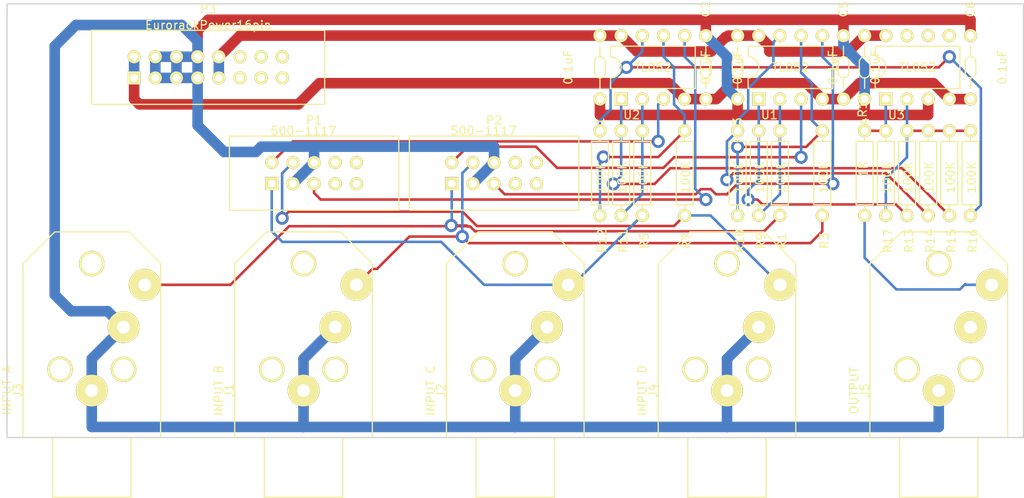
<source format=kicad_pcb>
(kicad_pcb (version 4) (host pcbnew 4.0.7)

  (general
    (links 75)
    (no_connects 0)
    (area 88.824999 92.634999 210.895001 144.855001)
    (thickness 1.6)
    (drawings 6)
    (tracks 274)
    (zones 0)
    (modules 31)
    (nets 23)
  )

  (page A4)
  (layers
    (0 F.Cu signal)
    (31 B.Cu signal)
    (32 B.Adhes user)
    (33 F.Adhes user)
    (34 B.Paste user)
    (35 F.Paste user)
    (36 B.SilkS user)
    (37 F.SilkS user)
    (38 B.Mask user)
    (39 F.Mask user)
    (40 Dwgs.User user)
    (41 Cmts.User user)
    (42 Eco1.User user)
    (43 Eco2.User user)
    (44 Edge.Cuts user)
    (45 Margin user)
    (46 B.CrtYd user)
    (47 F.CrtYd user)
    (48 B.Fab user)
    (49 F.Fab user)
  )

  (setup
    (last_trace_width 0.3048)
    (trace_clearance 0.3048)
    (zone_clearance 0.508)
    (zone_45_only no)
    (trace_min 0.2)
    (segment_width 0.2)
    (edge_width 0.15)
    (via_size 1.5748)
    (via_drill 0.9144)
    (via_min_size 0.4)
    (via_min_drill 0.3)
    (uvia_size 0.3)
    (uvia_drill 0.1)
    (uvias_allowed no)
    (uvia_min_size 0.2)
    (uvia_min_drill 0.1)
    (pcb_text_width 0.3)
    (pcb_text_size 1.5 1.5)
    (mod_edge_width 0.15)
    (mod_text_size 1 1)
    (mod_text_width 0.15)
    (pad_size 1.524 1.524)
    (pad_drill 0.762)
    (pad_to_mask_clearance 0.2)
    (aux_axis_origin 0 0)
    (visible_elements 7FFFEFFF)
    (pcbplotparams
      (layerselection 0x00030_80000001)
      (usegerberextensions false)
      (excludeedgelayer true)
      (linewidth 0.100000)
      (plotframeref false)
      (viasonmask false)
      (mode 1)
      (useauxorigin false)
      (hpglpennumber 1)
      (hpglpenspeed 20)
      (hpglpendiameter 15)
      (hpglpenoverlay 2)
      (psnegative false)
      (psa4output false)
      (plotreference true)
      (plotvalue true)
      (plotinvisibletext false)
      (padsonsilk false)
      (subtractmaskfromsilk false)
      (outputformat 1)
      (mirror false)
      (drillshape 1)
      (scaleselection 1)
      (outputdirectory ""))
  )

  (net 0 "")
  (net 1 +15V0)
  (net 2 GND)
  (net 3 -15V0)
  (net 4 "Net-(J1-Pad3)")
  (net 5 "Net-(J2-Pad3)")
  (net 6 "Net-(J3-Pad3)")
  (net 7 "Net-(J4-Pad3)")
  (net 8 "Net-(J5-Pad3)")
  (net 9 "Net-(R1-Pad2)")
  (net 10 "Net-(R10-Pad1)")
  (net 11 "Net-(R11-Pad1)")
  (net 12 "Net-(R12-Pad1)")
  (net 13 "Net-(R13-Pad1)")
  (net 14 "Net-(R10-Pad2)")
  (net 15 "Net-(R11-Pad2)")
  (net 16 "Net-(R12-Pad2)")
  (net 17 "Net-(R13-Pad2)")
  (net 18 "Net-(R17-Pad2)")
  (net 19 "Net-(P1-Pad2)")
  (net 20 "Net-(P1-Pad5)")
  (net 21 "Net-(P2-Pad2)")
  (net 22 "Net-(P2-Pad5)")

  (net_class Default "This is the default net class."
    (clearance 0.3048)
    (trace_width 0.3048)
    (via_dia 1.5748)
    (via_drill 0.9144)
    (uvia_dia 0.3)
    (uvia_drill 0.1)
    (add_net "Net-(J1-Pad3)")
    (add_net "Net-(J2-Pad3)")
    (add_net "Net-(J3-Pad3)")
    (add_net "Net-(J4-Pad3)")
    (add_net "Net-(J5-Pad3)")
    (add_net "Net-(P1-Pad2)")
    (add_net "Net-(P1-Pad5)")
    (add_net "Net-(P2-Pad2)")
    (add_net "Net-(P2-Pad5)")
    (add_net "Net-(R1-Pad2)")
    (add_net "Net-(R10-Pad1)")
    (add_net "Net-(R10-Pad2)")
    (add_net "Net-(R11-Pad1)")
    (add_net "Net-(R11-Pad2)")
    (add_net "Net-(R12-Pad1)")
    (add_net "Net-(R12-Pad2)")
    (add_net "Net-(R13-Pad1)")
    (add_net "Net-(R13-Pad2)")
    (add_net "Net-(R17-Pad2)")
  )

  (net_class POWER ""
    (clearance 0.3048)
    (trace_width 1.27)
    (via_dia 1.5748)
    (via_drill 0.9144)
    (uvia_dia 0.3)
    (uvia_drill 0.1)
    (add_net +15V0)
    (add_net -15V0)
    (add_net GND)
  )

  (module FootPrints:CAP-Bypass-0.3 (layer F.Cu) (tedit 56B42E37) (tstamp 5B497835)
    (at 160.02 100.33 270)
    (path /5B49A303)
    (fp_text reference C1 (at 6.985 0 270) (layer F.SilkS)
      (effects (font (size 1 1) (thickness 0.15)))
    )
    (fp_text value 0.1uF (at 0 3.81 270) (layer F.SilkS)
      (effects (font (size 1 1) (thickness 0.15)))
    )
    (fp_arc (start 0.635 0) (end 1.27 0) (angle 90) (layer F.SilkS) (width 0.15))
    (fp_arc (start 0.635 0) (end 0.635 -0.635) (angle 90) (layer F.SilkS) (width 0.15))
    (fp_arc (start -0.635 0) (end -0.635 0.635) (angle 90) (layer F.SilkS) (width 0.15))
    (fp_arc (start -0.635 0) (end -1.27 0) (angle 90) (layer F.SilkS) (width 0.15))
    (fp_line (start -0.635 0.635) (end 0.635 0.635) (layer F.SilkS) (width 0.15))
    (fp_line (start -0.635 -0.635) (end 0.635 -0.635) (layer F.SilkS) (width 0.15))
    (fp_line (start 2.54 0) (end 1.27 0) (layer F.SilkS) (width 0.15))
    (fp_line (start -2.54 0) (end -1.27 0) (layer F.SilkS) (width 0.15))
    (pad 1 thru_hole circle (at -3.81 0 270) (size 1.5748 1.5748) (drill 0.9144) (layers *.Cu *.Mask F.SilkS)
      (net 1 +15V0))
    (pad 2 thru_hole circle (at 3.81 0 270) (size 1.5748 1.5748) (drill 0.9144) (layers *.Cu *.Mask F.SilkS)
      (net 2 GND))
  )

  (module FootPrints:CAP-Bypass-0.3 (layer F.Cu) (tedit 56B42E37) (tstamp 5B49783B)
    (at 172.72 100.33 90)
    (path /5B49A309)
    (fp_text reference C2 (at 6.985 0 90) (layer F.SilkS)
      (effects (font (size 1 1) (thickness 0.15)))
    )
    (fp_text value 0.1uF (at 0 3.81 90) (layer F.SilkS)
      (effects (font (size 1 1) (thickness 0.15)))
    )
    (fp_arc (start 0.635 0) (end 1.27 0) (angle 90) (layer F.SilkS) (width 0.15))
    (fp_arc (start 0.635 0) (end 0.635 -0.635) (angle 90) (layer F.SilkS) (width 0.15))
    (fp_arc (start -0.635 0) (end -0.635 0.635) (angle 90) (layer F.SilkS) (width 0.15))
    (fp_arc (start -0.635 0) (end -1.27 0) (angle 90) (layer F.SilkS) (width 0.15))
    (fp_line (start -0.635 0.635) (end 0.635 0.635) (layer F.SilkS) (width 0.15))
    (fp_line (start -0.635 -0.635) (end 0.635 -0.635) (layer F.SilkS) (width 0.15))
    (fp_line (start 2.54 0) (end 1.27 0) (layer F.SilkS) (width 0.15))
    (fp_line (start -2.54 0) (end -1.27 0) (layer F.SilkS) (width 0.15))
    (pad 1 thru_hole circle (at -3.81 0 90) (size 1.5748 1.5748) (drill 0.9144) (layers *.Cu *.Mask F.SilkS)
      (net 3 -15V0))
    (pad 2 thru_hole circle (at 3.81 0 90) (size 1.5748 1.5748) (drill 0.9144) (layers *.Cu *.Mask F.SilkS)
      (net 2 GND))
  )

  (module FootPrints:CAP-Bypass-0.3 (layer F.Cu) (tedit 56B42E37) (tstamp 5B497841)
    (at 176.53 100.33 270)
    (path /5B499991)
    (fp_text reference C3 (at 6.985 0 270) (layer F.SilkS)
      (effects (font (size 1 1) (thickness 0.15)))
    )
    (fp_text value 0.1uF (at 0 3.81 270) (layer F.SilkS)
      (effects (font (size 1 1) (thickness 0.15)))
    )
    (fp_arc (start 0.635 0) (end 1.27 0) (angle 90) (layer F.SilkS) (width 0.15))
    (fp_arc (start 0.635 0) (end 0.635 -0.635) (angle 90) (layer F.SilkS) (width 0.15))
    (fp_arc (start -0.635 0) (end -0.635 0.635) (angle 90) (layer F.SilkS) (width 0.15))
    (fp_arc (start -0.635 0) (end -1.27 0) (angle 90) (layer F.SilkS) (width 0.15))
    (fp_line (start -0.635 0.635) (end 0.635 0.635) (layer F.SilkS) (width 0.15))
    (fp_line (start -0.635 -0.635) (end 0.635 -0.635) (layer F.SilkS) (width 0.15))
    (fp_line (start 2.54 0) (end 1.27 0) (layer F.SilkS) (width 0.15))
    (fp_line (start -2.54 0) (end -1.27 0) (layer F.SilkS) (width 0.15))
    (pad 1 thru_hole circle (at -3.81 0 270) (size 1.5748 1.5748) (drill 0.9144) (layers *.Cu *.Mask F.SilkS)
      (net 1 +15V0))
    (pad 2 thru_hole circle (at 3.81 0 270) (size 1.5748 1.5748) (drill 0.9144) (layers *.Cu *.Mask F.SilkS)
      (net 2 GND))
  )

  (module FootPrints:CAP-Bypass-0.3 (layer F.Cu) (tedit 56B42E37) (tstamp 5B497847)
    (at 191.77 100.33 270)
    (path /5B49A248)
    (fp_text reference C4 (at 6.985 0 270) (layer F.SilkS)
      (effects (font (size 1 1) (thickness 0.15)))
    )
    (fp_text value 0.1uF (at 0 3.81 270) (layer F.SilkS)
      (effects (font (size 1 1) (thickness 0.15)))
    )
    (fp_arc (start 0.635 0) (end 1.27 0) (angle 90) (layer F.SilkS) (width 0.15))
    (fp_arc (start 0.635 0) (end 0.635 -0.635) (angle 90) (layer F.SilkS) (width 0.15))
    (fp_arc (start -0.635 0) (end -0.635 0.635) (angle 90) (layer F.SilkS) (width 0.15))
    (fp_arc (start -0.635 0) (end -1.27 0) (angle 90) (layer F.SilkS) (width 0.15))
    (fp_line (start -0.635 0.635) (end 0.635 0.635) (layer F.SilkS) (width 0.15))
    (fp_line (start -0.635 -0.635) (end 0.635 -0.635) (layer F.SilkS) (width 0.15))
    (fp_line (start 2.54 0) (end 1.27 0) (layer F.SilkS) (width 0.15))
    (fp_line (start -2.54 0) (end -1.27 0) (layer F.SilkS) (width 0.15))
    (pad 1 thru_hole circle (at -3.81 0 270) (size 1.5748 1.5748) (drill 0.9144) (layers *.Cu *.Mask F.SilkS)
      (net 1 +15V0))
    (pad 2 thru_hole circle (at 3.81 0 270) (size 1.5748 1.5748) (drill 0.9144) (layers *.Cu *.Mask F.SilkS)
      (net 2 GND))
  )

  (module FootPrints:CAP-Bypass-0.3 (layer F.Cu) (tedit 56B42E37) (tstamp 5B49784D)
    (at 189.23 100.33 90)
    (path /5B499AE1)
    (fp_text reference C5 (at 6.985 0 90) (layer F.SilkS)
      (effects (font (size 1 1) (thickness 0.15)))
    )
    (fp_text value 0.1uF (at 0 3.81 90) (layer F.SilkS)
      (effects (font (size 1 1) (thickness 0.15)))
    )
    (fp_arc (start 0.635 0) (end 1.27 0) (angle 90) (layer F.SilkS) (width 0.15))
    (fp_arc (start 0.635 0) (end 0.635 -0.635) (angle 90) (layer F.SilkS) (width 0.15))
    (fp_arc (start -0.635 0) (end -0.635 0.635) (angle 90) (layer F.SilkS) (width 0.15))
    (fp_arc (start -0.635 0) (end -1.27 0) (angle 90) (layer F.SilkS) (width 0.15))
    (fp_line (start -0.635 0.635) (end 0.635 0.635) (layer F.SilkS) (width 0.15))
    (fp_line (start -0.635 -0.635) (end 0.635 -0.635) (layer F.SilkS) (width 0.15))
    (fp_line (start 2.54 0) (end 1.27 0) (layer F.SilkS) (width 0.15))
    (fp_line (start -2.54 0) (end -1.27 0) (layer F.SilkS) (width 0.15))
    (pad 1 thru_hole circle (at -3.81 0 90) (size 1.5748 1.5748) (drill 0.9144) (layers *.Cu *.Mask F.SilkS)
      (net 3 -15V0))
    (pad 2 thru_hole circle (at 3.81 0 90) (size 1.5748 1.5748) (drill 0.9144) (layers *.Cu *.Mask F.SilkS)
      (net 2 GND))
  )

  (module FootPrints:CAP-Bypass-0.3 (layer F.Cu) (tedit 56B42E37) (tstamp 5B497853)
    (at 204.47 100.33 90)
    (path /5B49A24E)
    (fp_text reference C6 (at 6.985 0 90) (layer F.SilkS)
      (effects (font (size 1 1) (thickness 0.15)))
    )
    (fp_text value 0.1uF (at 0 3.81 90) (layer F.SilkS)
      (effects (font (size 1 1) (thickness 0.15)))
    )
    (fp_arc (start 0.635 0) (end 1.27 0) (angle 90) (layer F.SilkS) (width 0.15))
    (fp_arc (start 0.635 0) (end 0.635 -0.635) (angle 90) (layer F.SilkS) (width 0.15))
    (fp_arc (start -0.635 0) (end -0.635 0.635) (angle 90) (layer F.SilkS) (width 0.15))
    (fp_arc (start -0.635 0) (end -1.27 0) (angle 90) (layer F.SilkS) (width 0.15))
    (fp_line (start -0.635 0.635) (end 0.635 0.635) (layer F.SilkS) (width 0.15))
    (fp_line (start -0.635 -0.635) (end 0.635 -0.635) (layer F.SilkS) (width 0.15))
    (fp_line (start 2.54 0) (end 1.27 0) (layer F.SilkS) (width 0.15))
    (fp_line (start -2.54 0) (end -1.27 0) (layer F.SilkS) (width 0.15))
    (pad 1 thru_hole circle (at -3.81 0 90) (size 1.5748 1.5748) (drill 0.9144) (layers *.Cu *.Mask F.SilkS)
      (net 3 -15V0))
    (pad 2 thru_hole circle (at 3.81 0 90) (size 1.5748 1.5748) (drill 0.9144) (layers *.Cu *.Mask F.SilkS)
      (net 2 GND))
  )

  (module FootPrints:IDC5x2_Vert (layer F.Cu) (tedit 58C2383B) (tstamp 5B497893)
    (at 125.73 113.03 180)
    (path /5B497129)
    (fp_text reference P1 (at 0 6.35 180) (layer F.SilkS)
      (effects (font (size 1 1) (thickness 0.15)))
    )
    (fp_text value 500-1117 (at 1.27 5.08 180) (layer F.SilkS)
      (effects (font (size 1 1) (thickness 0.15)))
    )
    (fp_line (start 10.16 4.445) (end 10.16 2.54) (layer F.SilkS) (width 0.15))
    (fp_line (start -10.16 4.445) (end 10.16 4.445) (layer F.SilkS) (width 0.15))
    (fp_line (start -10.16 2.54) (end -10.16 4.445) (layer F.SilkS) (width 0.15))
    (fp_line (start 10.16 -4.445) (end 10.16 -2.54) (layer F.SilkS) (width 0.15))
    (fp_line (start -10.16 -4.445) (end 10.16 -4.445) (layer F.SilkS) (width 0.15))
    (fp_line (start -10.16 -2.54) (end -10.16 -4.445) (layer F.SilkS) (width 0.15))
    (fp_line (start -10.16 2.54) (end -10.16 -2.54) (layer F.SilkS) (width 0.15))
    (fp_line (start 10.16 -2.54) (end 10.16 2.54) (layer F.SilkS) (width 0.15))
    (pad 1 thru_hole rect (at 5.08 -1.27 180) (size 1.5748 1.5748) (drill 0.9144) (layers *.Cu *.Mask F.SilkS)
      (net 5 "Net-(J2-Pad3)"))
    (pad 2 thru_hole circle (at 5.08 1.27 180) (size 1.5748 1.5748) (drill 0.9144) (layers *.Cu *.Mask F.SilkS)
      (net 19 "Net-(P1-Pad2)"))
    (pad 3 thru_hole circle (at 2.54 -1.27 180) (size 1.5748 1.5748) (drill 0.9144) (layers *.Cu *.Mask F.SilkS)
      (net 2 GND))
    (pad 4 thru_hole circle (at 2.54 1.27 180) (size 1.5748 1.5748) (drill 0.9144) (layers *.Cu *.Mask F.SilkS)
      (net 7 "Net-(J4-Pad3)"))
    (pad 5 thru_hole circle (at 0 -1.27 180) (size 1.5748 1.5748) (drill 0.9144) (layers *.Cu *.Mask F.SilkS)
      (net 20 "Net-(P1-Pad5)"))
    (pad 6 thru_hole circle (at 0 1.27 180) (size 1.5748 1.5748) (drill 0.9144) (layers *.Cu *.Mask F.SilkS)
      (net 2 GND))
    (pad 7 thru_hole circle (at -2.54 -1.27 180) (size 1.5748 1.5748) (drill 0.9144) (layers *.Cu *.Mask F.SilkS))
    (pad 8 thru_hole circle (at -2.54 1.27 180) (size 1.5748 1.5748) (drill 0.9144) (layers *.Cu *.Mask F.SilkS))
    (pad 9 thru_hole circle (at -5.08 -1.27 180) (size 1.5748 1.5748) (drill 0.9144) (layers *.Cu *.Mask F.SilkS))
    (pad 10 thru_hole circle (at -5.08 1.27 180) (size 1.5748 1.5748) (drill 0.9144) (layers *.Cu *.Mask F.SilkS))
  )

  (module FootPrints:IDC5x2_Vert (layer F.Cu) (tedit 58C2383B) (tstamp 5B4978A1)
    (at 147.32 113.03 180)
    (path /5B497062)
    (fp_text reference P2 (at 0 6.35 180) (layer F.SilkS)
      (effects (font (size 1 1) (thickness 0.15)))
    )
    (fp_text value 500-1117 (at 1.27 5.08 180) (layer F.SilkS)
      (effects (font (size 1 1) (thickness 0.15)))
    )
    (fp_line (start 10.16 4.445) (end 10.16 2.54) (layer F.SilkS) (width 0.15))
    (fp_line (start -10.16 4.445) (end 10.16 4.445) (layer F.SilkS) (width 0.15))
    (fp_line (start -10.16 2.54) (end -10.16 4.445) (layer F.SilkS) (width 0.15))
    (fp_line (start 10.16 -4.445) (end 10.16 -2.54) (layer F.SilkS) (width 0.15))
    (fp_line (start -10.16 -4.445) (end 10.16 -4.445) (layer F.SilkS) (width 0.15))
    (fp_line (start -10.16 -2.54) (end -10.16 -4.445) (layer F.SilkS) (width 0.15))
    (fp_line (start -10.16 2.54) (end -10.16 -2.54) (layer F.SilkS) (width 0.15))
    (fp_line (start 10.16 -2.54) (end 10.16 2.54) (layer F.SilkS) (width 0.15))
    (pad 1 thru_hole rect (at 5.08 -1.27 180) (size 1.5748 1.5748) (drill 0.9144) (layers *.Cu *.Mask F.SilkS)
      (net 6 "Net-(J3-Pad3)"))
    (pad 2 thru_hole circle (at 5.08 1.27 180) (size 1.5748 1.5748) (drill 0.9144) (layers *.Cu *.Mask F.SilkS)
      (net 21 "Net-(P2-Pad2)"))
    (pad 3 thru_hole circle (at 2.54 -1.27 180) (size 1.5748 1.5748) (drill 0.9144) (layers *.Cu *.Mask F.SilkS)
      (net 2 GND))
    (pad 4 thru_hole circle (at 2.54 1.27 180) (size 1.5748 1.5748) (drill 0.9144) (layers *.Cu *.Mask F.SilkS)
      (net 4 "Net-(J1-Pad3)"))
    (pad 5 thru_hole circle (at 0 -1.27 180) (size 1.5748 1.5748) (drill 0.9144) (layers *.Cu *.Mask F.SilkS)
      (net 22 "Net-(P2-Pad5)"))
    (pad 6 thru_hole circle (at 0 1.27 180) (size 1.5748 1.5748) (drill 0.9144) (layers *.Cu *.Mask F.SilkS)
      (net 2 GND))
    (pad 7 thru_hole circle (at -2.54 -1.27 180) (size 1.5748 1.5748) (drill 0.9144) (layers *.Cu *.Mask F.SilkS))
    (pad 8 thru_hole circle (at -2.54 1.27 180) (size 1.5748 1.5748) (drill 0.9144) (layers *.Cu *.Mask F.SilkS))
    (pad 9 thru_hole circle (at -5.08 -1.27 180) (size 1.5748 1.5748) (drill 0.9144) (layers *.Cu *.Mask F.SilkS))
    (pad 10 thru_hole circle (at -5.08 1.27 180) (size 1.5748 1.5748) (drill 0.9144) (layers *.Cu *.Mask F.SilkS))
  )

  (module FootPrints:IDC8x2_Vert (layer F.Cu) (tedit 58C886C8) (tstamp 5B4978B5)
    (at 113.03 100.33 180)
    (path /5B4996D9)
    (fp_text reference P3 (at 0 6.985 180) (layer F.SilkS)
      (effects (font (size 1 1) (thickness 0.15)))
    )
    (fp_text value EurorackPower16pin (at 0 5.08 180) (layer F.SilkS)
      (effects (font (size 1 1) (thickness 0.15)))
    )
    (fp_line (start -13.97 3.81) (end -13.97 4.445) (layer F.SilkS) (width 0.15))
    (fp_line (start -13.97 4.445) (end 13.97 4.445) (layer F.SilkS) (width 0.15))
    (fp_line (start 13.97 4.445) (end 13.97 3.81) (layer F.SilkS) (width 0.15))
    (fp_line (start 13.97 -3.81) (end 13.97 -4.445) (layer F.SilkS) (width 0.15))
    (fp_line (start 13.97 -4.445) (end -13.97 -4.445) (layer F.SilkS) (width 0.15))
    (fp_line (start -13.97 -4.445) (end -13.97 -3.81) (layer F.SilkS) (width 0.15))
    (fp_line (start 13.97 2.54) (end 13.97 3.81) (layer F.SilkS) (width 0.15))
    (fp_line (start -13.97 3.81) (end -13.97 2.54) (layer F.SilkS) (width 0.15))
    (fp_line (start -13.97 -2.54) (end -13.97 -3.81) (layer F.SilkS) (width 0.15))
    (fp_line (start 13.97 -3.81) (end 13.97 -2.54) (layer F.SilkS) (width 0.15))
    (fp_line (start -13.97 2.54) (end -13.97 -2.54) (layer F.SilkS) (width 0.15))
    (fp_line (start 13.97 -2.54) (end 13.97 2.54) (layer F.SilkS) (width 0.15))
    (pad 1 thru_hole rect (at 8.89 -1.27 180) (size 1.5748 1.5748) (drill 0.9144) (layers *.Cu *.Mask F.SilkS)
      (net 3 -15V0))
    (pad 2 thru_hole circle (at 8.89 1.27 180) (size 1.5748 1.5748) (drill 0.9144) (layers *.Cu *.Mask F.SilkS)
      (net 3 -15V0))
    (pad 3 thru_hole circle (at 6.35 -1.27 180) (size 1.5748 1.5748) (drill 0.9144) (layers *.Cu *.Mask F.SilkS)
      (net 2 GND))
    (pad 4 thru_hole circle (at 6.35 1.27 180) (size 1.5748 1.5748) (drill 0.9144) (layers *.Cu *.Mask F.SilkS)
      (net 2 GND))
    (pad 5 thru_hole circle (at 3.81 -1.27 180) (size 1.5748 1.5748) (drill 0.9144) (layers *.Cu *.Mask F.SilkS)
      (net 2 GND))
    (pad 6 thru_hole circle (at 3.81 1.27 180) (size 1.5748 1.5748) (drill 0.9144) (layers *.Cu *.Mask F.SilkS)
      (net 2 GND))
    (pad 7 thru_hole circle (at 1.27 -1.27 180) (size 1.5748 1.5748) (drill 0.9144) (layers *.Cu *.Mask F.SilkS)
      (net 2 GND))
    (pad 8 thru_hole circle (at 1.27 1.27 180) (size 1.5748 1.5748) (drill 0.9144) (layers *.Cu *.Mask F.SilkS)
      (net 2 GND))
    (pad 9 thru_hole circle (at -1.27 -1.27 180) (size 1.5748 1.5748) (drill 0.9144) (layers *.Cu *.Mask F.SilkS)
      (net 1 +15V0))
    (pad 10 thru_hole circle (at -1.27 1.27 180) (size 1.5748 1.5748) (drill 0.9144) (layers *.Cu *.Mask F.SilkS)
      (net 1 +15V0))
    (pad 11 thru_hole circle (at -3.81 -1.27 180) (size 1.5748 1.5748) (drill 0.9144) (layers *.Cu *.Mask F.SilkS))
    (pad 12 thru_hole circle (at -3.81 1.27 180) (size 1.5748 1.5748) (drill 0.9144) (layers *.Cu *.Mask F.SilkS))
    (pad 13 thru_hole circle (at -6.35 -1.27 180) (size 1.5748 1.5748) (drill 0.9144) (layers *.Cu *.Mask F.SilkS))
    (pad 14 thru_hole circle (at -6.35 1.27 180) (size 1.5748 1.5748) (drill 0.9144) (layers *.Cu *.Mask F.SilkS))
    (pad 15 thru_hole circle (at -8.89 -1.27 180) (size 1.5748 1.5748) (drill 0.9144) (layers *.Cu *.Mask F.SilkS))
    (pad 16 thru_hole circle (at -8.89 1.27 180) (size 1.5748 1.5748) (drill 0.9144) (layers *.Cu *.Mask F.SilkS))
  )

  (module FootPrints:AXIAL0.4 (layer F.Cu) (tedit 56ACF211) (tstamp 5B4978BB)
    (at 181.61 113.03 90)
    (path /5B495767)
    (fp_text reference R1 (at -8.128 0.254 90) (layer F.SilkS)
      (effects (font (size 1 1) (thickness 0.15)))
    )
    (fp_text value 100K (at -0.508 0.127 90) (layer F.SilkS)
      (effects (font (size 1 1) (thickness 0.15)))
    )
    (fp_line (start -3.81 -1.016) (end -3.81 1.016) (layer F.SilkS) (width 0.15))
    (fp_line (start 3.81 -1.016) (end 3.81 1.016) (layer F.SilkS) (width 0.15))
    (fp_line (start -3.81 0) (end -4.318 0) (layer F.SilkS) (width 0.15))
    (fp_line (start 4.445 0) (end 3.81 0) (layer F.SilkS) (width 0.15))
    (fp_line (start -3.81 1.016) (end 3.81 1.016) (layer F.SilkS) (width 0.15))
    (fp_line (start 3.81 -1.016) (end -3.81 -1.016) (layer F.SilkS) (width 0.15))
    (pad 1 thru_hole circle (at -5.08 0 90) (size 1.5748 1.5748) (drill 0.9144) (layers *.Cu *.Mask F.SilkS)
      (net 6 "Net-(J3-Pad3)"))
    (pad 2 thru_hole circle (at 5.08 0 90) (size 1.5748 1.5748) (drill 0.9144) (layers *.Cu *.Mask F.SilkS)
      (net 9 "Net-(R1-Pad2)"))
  )

  (module FootPrints:AXIAL0.4 (layer F.Cu) (tedit 56ACF211) (tstamp 5B4978C7)
    (at 186.69 113.03 90)
    (path /5B495DFA)
    (fp_text reference R3 (at -8.128 0.254 90) (layer F.SilkS)
      (effects (font (size 1 1) (thickness 0.15)))
    )
    (fp_text value 100K (at -0.508 0.127 90) (layer F.SilkS)
      (effects (font (size 1 1) (thickness 0.15)))
    )
    (fp_line (start -3.81 -1.016) (end -3.81 1.016) (layer F.SilkS) (width 0.15))
    (fp_line (start 3.81 -1.016) (end 3.81 1.016) (layer F.SilkS) (width 0.15))
    (fp_line (start -3.81 0) (end -4.318 0) (layer F.SilkS) (width 0.15))
    (fp_line (start 4.445 0) (end 3.81 0) (layer F.SilkS) (width 0.15))
    (fp_line (start -3.81 1.016) (end 3.81 1.016) (layer F.SilkS) (width 0.15))
    (fp_line (start 3.81 -1.016) (end -3.81 -1.016) (layer F.SilkS) (width 0.15))
    (pad 1 thru_hole circle (at -5.08 0 90) (size 1.5748 1.5748) (drill 0.9144) (layers *.Cu *.Mask F.SilkS)
      (net 4 "Net-(J1-Pad3)"))
    (pad 2 thru_hole circle (at 5.08 0 90) (size 1.5748 1.5748) (drill 0.9144) (layers *.Cu *.Mask F.SilkS)
      (net 10 "Net-(R10-Pad1)"))
  )

  (module FootPrints:AXIAL0.4 (layer F.Cu) (tedit 56ACF211) (tstamp 5B4978D3)
    (at 165.1 113.03 90)
    (path /5B495FB7)
    (fp_text reference R5 (at -8.128 0.254 90) (layer F.SilkS)
      (effects (font (size 1 1) (thickness 0.15)))
    )
    (fp_text value 100K (at -0.508 0.127 90) (layer F.SilkS)
      (effects (font (size 1 1) (thickness 0.15)))
    )
    (fp_line (start -3.81 -1.016) (end -3.81 1.016) (layer F.SilkS) (width 0.15))
    (fp_line (start 3.81 -1.016) (end 3.81 1.016) (layer F.SilkS) (width 0.15))
    (fp_line (start -3.81 0) (end -4.318 0) (layer F.SilkS) (width 0.15))
    (fp_line (start 4.445 0) (end 3.81 0) (layer F.SilkS) (width 0.15))
    (fp_line (start -3.81 1.016) (end 3.81 1.016) (layer F.SilkS) (width 0.15))
    (fp_line (start 3.81 -1.016) (end -3.81 -1.016) (layer F.SilkS) (width 0.15))
    (pad 1 thru_hole circle (at -5.08 0 90) (size 1.5748 1.5748) (drill 0.9144) (layers *.Cu *.Mask F.SilkS)
      (net 5 "Net-(J2-Pad3)"))
    (pad 2 thru_hole circle (at 5.08 0 90) (size 1.5748 1.5748) (drill 0.9144) (layers *.Cu *.Mask F.SilkS)
      (net 11 "Net-(R11-Pad1)"))
  )

  (module FootPrints:AXIAL0.4 (layer F.Cu) (tedit 56ACF211) (tstamp 5B4978DF)
    (at 170.18 113.03 90)
    (path /5B4960F6)
    (fp_text reference R7 (at -8.128 0.254 90) (layer F.SilkS)
      (effects (font (size 1 1) (thickness 0.15)))
    )
    (fp_text value 100K (at -0.508 0.127 90) (layer F.SilkS)
      (effects (font (size 1 1) (thickness 0.15)))
    )
    (fp_line (start -3.81 -1.016) (end -3.81 1.016) (layer F.SilkS) (width 0.15))
    (fp_line (start 3.81 -1.016) (end 3.81 1.016) (layer F.SilkS) (width 0.15))
    (fp_line (start -3.81 0) (end -4.318 0) (layer F.SilkS) (width 0.15))
    (fp_line (start 4.445 0) (end 3.81 0) (layer F.SilkS) (width 0.15))
    (fp_line (start -3.81 1.016) (end 3.81 1.016) (layer F.SilkS) (width 0.15))
    (fp_line (start 3.81 -1.016) (end -3.81 -1.016) (layer F.SilkS) (width 0.15))
    (pad 1 thru_hole circle (at -5.08 0 90) (size 1.5748 1.5748) (drill 0.9144) (layers *.Cu *.Mask F.SilkS)
      (net 7 "Net-(J4-Pad3)"))
    (pad 2 thru_hole circle (at 5.08 0 90) (size 1.5748 1.5748) (drill 0.9144) (layers *.Cu *.Mask F.SilkS)
      (net 12 "Net-(R12-Pad1)"))
  )

  (module FootPrints:AXIAL0.4 (layer F.Cu) (tedit 56ACF211) (tstamp 5B4978EB)
    (at 179.07 113.03 90)
    (path /5B495818)
    (fp_text reference R9 (at -8.128 0.254 90) (layer F.SilkS)
      (effects (font (size 1 1) (thickness 0.15)))
    )
    (fp_text value 100K (at -0.508 0.127 90) (layer F.SilkS)
      (effects (font (size 1 1) (thickness 0.15)))
    )
    (fp_line (start -3.81 -1.016) (end -3.81 1.016) (layer F.SilkS) (width 0.15))
    (fp_line (start 3.81 -1.016) (end 3.81 1.016) (layer F.SilkS) (width 0.15))
    (fp_line (start -3.81 0) (end -4.318 0) (layer F.SilkS) (width 0.15))
    (fp_line (start 4.445 0) (end 3.81 0) (layer F.SilkS) (width 0.15))
    (fp_line (start -3.81 1.016) (end 3.81 1.016) (layer F.SilkS) (width 0.15))
    (fp_line (start 3.81 -1.016) (end -3.81 -1.016) (layer F.SilkS) (width 0.15))
    (pad 1 thru_hole circle (at -5.08 0 90) (size 1.5748 1.5748) (drill 0.9144) (layers *.Cu *.Mask F.SilkS)
      (net 9 "Net-(R1-Pad2)"))
    (pad 2 thru_hole circle (at 5.08 0 90) (size 1.5748 1.5748) (drill 0.9144) (layers *.Cu *.Mask F.SilkS)
      (net 13 "Net-(R13-Pad1)"))
  )

  (module FootPrints:AXIAL0.4 (layer F.Cu) (tedit 56ACF211) (tstamp 5B4978F1)
    (at 176.53 113.03 90)
    (path /5B495E06)
    (fp_text reference R10 (at -8.128 0.254 90) (layer F.SilkS)
      (effects (font (size 1 1) (thickness 0.15)))
    )
    (fp_text value 100K (at -0.508 0.127 90) (layer F.SilkS)
      (effects (font (size 1 1) (thickness 0.15)))
    )
    (fp_line (start -3.81 -1.016) (end -3.81 1.016) (layer F.SilkS) (width 0.15))
    (fp_line (start 3.81 -1.016) (end 3.81 1.016) (layer F.SilkS) (width 0.15))
    (fp_line (start -3.81 0) (end -4.318 0) (layer F.SilkS) (width 0.15))
    (fp_line (start 4.445 0) (end 3.81 0) (layer F.SilkS) (width 0.15))
    (fp_line (start -3.81 1.016) (end 3.81 1.016) (layer F.SilkS) (width 0.15))
    (fp_line (start 3.81 -1.016) (end -3.81 -1.016) (layer F.SilkS) (width 0.15))
    (pad 1 thru_hole circle (at -5.08 0 90) (size 1.5748 1.5748) (drill 0.9144) (layers *.Cu *.Mask F.SilkS)
      (net 10 "Net-(R10-Pad1)"))
    (pad 2 thru_hole circle (at 5.08 0 90) (size 1.5748 1.5748) (drill 0.9144) (layers *.Cu *.Mask F.SilkS)
      (net 14 "Net-(R10-Pad2)"))
  )

  (module FootPrints:AXIAL0.4 (layer F.Cu) (tedit 56ACF211) (tstamp 5B4978F7)
    (at 162.56 113.03 90)
    (path /5B495FC3)
    (fp_text reference R11 (at -8.128 0.254 90) (layer F.SilkS)
      (effects (font (size 1 1) (thickness 0.15)))
    )
    (fp_text value 100K (at -0.508 0.127 90) (layer F.SilkS)
      (effects (font (size 1 1) (thickness 0.15)))
    )
    (fp_line (start -3.81 -1.016) (end -3.81 1.016) (layer F.SilkS) (width 0.15))
    (fp_line (start 3.81 -1.016) (end 3.81 1.016) (layer F.SilkS) (width 0.15))
    (fp_line (start -3.81 0) (end -4.318 0) (layer F.SilkS) (width 0.15))
    (fp_line (start 4.445 0) (end 3.81 0) (layer F.SilkS) (width 0.15))
    (fp_line (start -3.81 1.016) (end 3.81 1.016) (layer F.SilkS) (width 0.15))
    (fp_line (start 3.81 -1.016) (end -3.81 -1.016) (layer F.SilkS) (width 0.15))
    (pad 1 thru_hole circle (at -5.08 0 90) (size 1.5748 1.5748) (drill 0.9144) (layers *.Cu *.Mask F.SilkS)
      (net 11 "Net-(R11-Pad1)"))
    (pad 2 thru_hole circle (at 5.08 0 90) (size 1.5748 1.5748) (drill 0.9144) (layers *.Cu *.Mask F.SilkS)
      (net 15 "Net-(R11-Pad2)"))
  )

  (module FootPrints:AXIAL0.4 (layer F.Cu) (tedit 56ACF211) (tstamp 5B4978FD)
    (at 160.02 113.03 90)
    (path /5B496102)
    (fp_text reference R12 (at -8.128 0.254 90) (layer F.SilkS)
      (effects (font (size 1 1) (thickness 0.15)))
    )
    (fp_text value 100K (at -0.508 0.127 90) (layer F.SilkS)
      (effects (font (size 1 1) (thickness 0.15)))
    )
    (fp_line (start -3.81 -1.016) (end -3.81 1.016) (layer F.SilkS) (width 0.15))
    (fp_line (start 3.81 -1.016) (end 3.81 1.016) (layer F.SilkS) (width 0.15))
    (fp_line (start -3.81 0) (end -4.318 0) (layer F.SilkS) (width 0.15))
    (fp_line (start 4.445 0) (end 3.81 0) (layer F.SilkS) (width 0.15))
    (fp_line (start -3.81 1.016) (end 3.81 1.016) (layer F.SilkS) (width 0.15))
    (fp_line (start 3.81 -1.016) (end -3.81 -1.016) (layer F.SilkS) (width 0.15))
    (pad 1 thru_hole circle (at -5.08 0 90) (size 1.5748 1.5748) (drill 0.9144) (layers *.Cu *.Mask F.SilkS)
      (net 12 "Net-(R12-Pad1)"))
    (pad 2 thru_hole circle (at 5.08 0 90) (size 1.5748 1.5748) (drill 0.9144) (layers *.Cu *.Mask F.SilkS)
      (net 16 "Net-(R12-Pad2)"))
  )

  (module FootPrints:AXIAL0.4 (layer F.Cu) (tedit 56ACF211) (tstamp 5B497903)
    (at 196.85 113.03 90)
    (path /5B4959FE)
    (fp_text reference R13 (at -8.128 0.254 90) (layer F.SilkS)
      (effects (font (size 1 1) (thickness 0.15)))
    )
    (fp_text value 100K (at -0.508 0.127 90) (layer F.SilkS)
      (effects (font (size 1 1) (thickness 0.15)))
    )
    (fp_line (start -3.81 -1.016) (end -3.81 1.016) (layer F.SilkS) (width 0.15))
    (fp_line (start 3.81 -1.016) (end 3.81 1.016) (layer F.SilkS) (width 0.15))
    (fp_line (start -3.81 0) (end -4.318 0) (layer F.SilkS) (width 0.15))
    (fp_line (start 4.445 0) (end 3.81 0) (layer F.SilkS) (width 0.15))
    (fp_line (start -3.81 1.016) (end 3.81 1.016) (layer F.SilkS) (width 0.15))
    (fp_line (start 3.81 -1.016) (end -3.81 -1.016) (layer F.SilkS) (width 0.15))
    (pad 1 thru_hole circle (at -5.08 0 90) (size 1.5748 1.5748) (drill 0.9144) (layers *.Cu *.Mask F.SilkS)
      (net 13 "Net-(R13-Pad1)"))
    (pad 2 thru_hole circle (at 5.08 0 90) (size 1.5748 1.5748) (drill 0.9144) (layers *.Cu *.Mask F.SilkS)
      (net 17 "Net-(R13-Pad2)"))
  )

  (module FootPrints:AXIAL0.4 (layer F.Cu) (tedit 56ACF211) (tstamp 5B497909)
    (at 199.39 113.03 90)
    (path /5B495A72)
    (fp_text reference R14 (at -8.128 0.254 90) (layer F.SilkS)
      (effects (font (size 1 1) (thickness 0.15)))
    )
    (fp_text value 100K (at -0.508 0.127 90) (layer F.SilkS)
      (effects (font (size 1 1) (thickness 0.15)))
    )
    (fp_line (start -3.81 -1.016) (end -3.81 1.016) (layer F.SilkS) (width 0.15))
    (fp_line (start 3.81 -1.016) (end 3.81 1.016) (layer F.SilkS) (width 0.15))
    (fp_line (start -3.81 0) (end -4.318 0) (layer F.SilkS) (width 0.15))
    (fp_line (start 4.445 0) (end 3.81 0) (layer F.SilkS) (width 0.15))
    (fp_line (start -3.81 1.016) (end 3.81 1.016) (layer F.SilkS) (width 0.15))
    (fp_line (start 3.81 -1.016) (end -3.81 -1.016) (layer F.SilkS) (width 0.15))
    (pad 1 thru_hole circle (at -5.08 0 90) (size 1.5748 1.5748) (drill 0.9144) (layers *.Cu *.Mask F.SilkS)
      (net 14 "Net-(R10-Pad2)"))
    (pad 2 thru_hole circle (at 5.08 0 90) (size 1.5748 1.5748) (drill 0.9144) (layers *.Cu *.Mask F.SilkS)
      (net 17 "Net-(R13-Pad2)"))
  )

  (module FootPrints:AXIAL0.4 (layer F.Cu) (tedit 56ACF211) (tstamp 5B49790F)
    (at 201.93 113.03 90)
    (path /5B495ABD)
    (fp_text reference R15 (at -8.128 0.254 90) (layer F.SilkS)
      (effects (font (size 1 1) (thickness 0.15)))
    )
    (fp_text value 100K (at -0.508 0.127 90) (layer F.SilkS)
      (effects (font (size 1 1) (thickness 0.15)))
    )
    (fp_line (start -3.81 -1.016) (end -3.81 1.016) (layer F.SilkS) (width 0.15))
    (fp_line (start 3.81 -1.016) (end 3.81 1.016) (layer F.SilkS) (width 0.15))
    (fp_line (start -3.81 0) (end -4.318 0) (layer F.SilkS) (width 0.15))
    (fp_line (start 4.445 0) (end 3.81 0) (layer F.SilkS) (width 0.15))
    (fp_line (start -3.81 1.016) (end 3.81 1.016) (layer F.SilkS) (width 0.15))
    (fp_line (start 3.81 -1.016) (end -3.81 -1.016) (layer F.SilkS) (width 0.15))
    (pad 1 thru_hole circle (at -5.08 0 90) (size 1.5748 1.5748) (drill 0.9144) (layers *.Cu *.Mask F.SilkS)
      (net 15 "Net-(R11-Pad2)"))
    (pad 2 thru_hole circle (at 5.08 0 90) (size 1.5748 1.5748) (drill 0.9144) (layers *.Cu *.Mask F.SilkS)
      (net 17 "Net-(R13-Pad2)"))
  )

  (module FootPrints:AXIAL0.4 (layer F.Cu) (tedit 56ACF211) (tstamp 5B497915)
    (at 204.47 113.03 90)
    (path /5B495B07)
    (fp_text reference R16 (at -8.128 0.254 90) (layer F.SilkS)
      (effects (font (size 1 1) (thickness 0.15)))
    )
    (fp_text value 100K (at -0.508 0.127 90) (layer F.SilkS)
      (effects (font (size 1 1) (thickness 0.15)))
    )
    (fp_line (start -3.81 -1.016) (end -3.81 1.016) (layer F.SilkS) (width 0.15))
    (fp_line (start 3.81 -1.016) (end 3.81 1.016) (layer F.SilkS) (width 0.15))
    (fp_line (start -3.81 0) (end -4.318 0) (layer F.SilkS) (width 0.15))
    (fp_line (start 4.445 0) (end 3.81 0) (layer F.SilkS) (width 0.15))
    (fp_line (start -3.81 1.016) (end 3.81 1.016) (layer F.SilkS) (width 0.15))
    (fp_line (start 3.81 -1.016) (end -3.81 -1.016) (layer F.SilkS) (width 0.15))
    (pad 1 thru_hole circle (at -5.08 0 90) (size 1.5748 1.5748) (drill 0.9144) (layers *.Cu *.Mask F.SilkS)
      (net 16 "Net-(R12-Pad2)"))
    (pad 2 thru_hole circle (at 5.08 0 90) (size 1.5748 1.5748) (drill 0.9144) (layers *.Cu *.Mask F.SilkS)
      (net 17 "Net-(R13-Pad2)"))
  )

  (module FootPrints:AXIAL0.4 (layer F.Cu) (tedit 56ACF211) (tstamp 5B49791B)
    (at 194.31 113.03 90)
    (path /5B49599F)
    (fp_text reference R17 (at -8.128 0.254 90) (layer F.SilkS)
      (effects (font (size 1 1) (thickness 0.15)))
    )
    (fp_text value 100K (at -0.508 0.127 90) (layer F.SilkS)
      (effects (font (size 1 1) (thickness 0.15)))
    )
    (fp_line (start -3.81 -1.016) (end -3.81 1.016) (layer F.SilkS) (width 0.15))
    (fp_line (start 3.81 -1.016) (end 3.81 1.016) (layer F.SilkS) (width 0.15))
    (fp_line (start -3.81 0) (end -4.318 0) (layer F.SilkS) (width 0.15))
    (fp_line (start 4.445 0) (end 3.81 0) (layer F.SilkS) (width 0.15))
    (fp_line (start -3.81 1.016) (end 3.81 1.016) (layer F.SilkS) (width 0.15))
    (fp_line (start 3.81 -1.016) (end -3.81 -1.016) (layer F.SilkS) (width 0.15))
    (pad 1 thru_hole circle (at -5.08 0 90) (size 1.5748 1.5748) (drill 0.9144) (layers *.Cu *.Mask F.SilkS)
      (net 17 "Net-(R13-Pad2)"))
    (pad 2 thru_hole circle (at 5.08 0 90) (size 1.5748 1.5748) (drill 0.9144) (layers *.Cu *.Mask F.SilkS)
      (net 18 "Net-(R17-Pad2)"))
  )

  (module FootPrints:AXIAL0.4 (layer F.Cu) (tedit 56ACF211) (tstamp 5B497921)
    (at 191.77 113.03 270)
    (path /5B498D15)
    (fp_text reference R18 (at -8.128 0.254 270) (layer F.SilkS)
      (effects (font (size 1 1) (thickness 0.15)))
    )
    (fp_text value 1K (at -0.508 0.127 270) (layer F.SilkS)
      (effects (font (size 1 1) (thickness 0.15)))
    )
    (fp_line (start -3.81 -1.016) (end -3.81 1.016) (layer F.SilkS) (width 0.15))
    (fp_line (start 3.81 -1.016) (end 3.81 1.016) (layer F.SilkS) (width 0.15))
    (fp_line (start -3.81 0) (end -4.318 0) (layer F.SilkS) (width 0.15))
    (fp_line (start 4.445 0) (end 3.81 0) (layer F.SilkS) (width 0.15))
    (fp_line (start -3.81 1.016) (end 3.81 1.016) (layer F.SilkS) (width 0.15))
    (fp_line (start 3.81 -1.016) (end -3.81 -1.016) (layer F.SilkS) (width 0.15))
    (pad 1 thru_hole circle (at -5.08 0 270) (size 1.5748 1.5748) (drill 0.9144) (layers *.Cu *.Mask F.SilkS)
      (net 18 "Net-(R17-Pad2)"))
    (pad 2 thru_hole circle (at 5.08 0 270) (size 1.5748 1.5748) (drill 0.9144) (layers *.Cu *.Mask F.SilkS)
      (net 8 "Net-(J5-Pad3)"))
  )

  (module FootPrints:DIP8.3 (layer F.Cu) (tedit 56ADA5EF) (tstamp 5B49792D)
    (at 182.88 100.33)
    (path /5B4956AE)
    (fp_text reference U1 (at -2.54 5.715) (layer F.SilkS)
      (effects (font (size 1 1) (thickness 0.15)))
    )
    (fp_text value TL052 (at 0 0) (layer F.SilkS)
      (effects (font (size 1 1) (thickness 0.15)))
    )
    (fp_arc (start -5.08 0) (end -3.81 0) (angle 90) (layer F.SilkS) (width 0.15))
    (fp_arc (start -5.08 0) (end -5.08 -1.27) (angle 90) (layer F.SilkS) (width 0.15))
    (fp_line (start -5.08 -2.54) (end -5.08 -1.27) (layer F.SilkS) (width 0.15))
    (fp_line (start -5.08 -2.54) (end 5.08 -2.54) (layer F.SilkS) (width 0.15))
    (fp_line (start 5.08 -2.54) (end 5.08 2.54) (layer F.SilkS) (width 0.15))
    (fp_line (start 5.08 2.54) (end -5.08 2.54) (layer F.SilkS) (width 0.15))
    (fp_line (start -5.08 2.54) (end -5.08 1.27) (layer F.SilkS) (width 0.15))
    (pad 1 thru_hole rect (at -3.81 3.81) (size 1.5748 1.5748) (drill 0.9144) (layers *.Cu *.Mask F.SilkS)
      (net 13 "Net-(R13-Pad1)"))
    (pad 2 thru_hole circle (at -1.27 3.81) (size 1.5748 1.5748) (drill 0.9144) (layers *.Cu *.Mask F.SilkS)
      (net 9 "Net-(R1-Pad2)"))
    (pad 3 thru_hole circle (at 1.27 3.81) (size 1.5748 1.5748) (drill 0.9144) (layers *.Cu *.Mask F.SilkS)
      (net 21 "Net-(P2-Pad2)"))
    (pad 4 thru_hole circle (at 3.81 3.81) (size 1.5748 1.5748) (drill 0.9144) (layers *.Cu *.Mask F.SilkS)
      (net 3 -15V0))
    (pad 5 thru_hole circle (at 3.81 -3.81) (size 1.5748 1.5748) (drill 0.9144) (layers *.Cu *.Mask F.SilkS)
      (net 22 "Net-(P2-Pad5)"))
    (pad 6 thru_hole circle (at 1.27 -3.81) (size 1.5748 1.5748) (drill 0.9144) (layers *.Cu *.Mask F.SilkS)
      (net 10 "Net-(R10-Pad1)"))
    (pad 7 thru_hole circle (at -1.27 -3.81) (size 1.5748 1.5748) (drill 0.9144) (layers *.Cu *.Mask F.SilkS)
      (net 14 "Net-(R10-Pad2)"))
    (pad 8 thru_hole circle (at -3.81 -3.81) (size 1.5748 1.5748) (drill 0.9144) (layers *.Cu *.Mask F.SilkS)
      (net 1 +15V0))
  )

  (module FootPrints:DIP8.3 (layer F.Cu) (tedit 56ADA5EF) (tstamp 5B497939)
    (at 166.37 100.33)
    (path /5B495FB1)
    (fp_text reference U2 (at -2.54 5.715) (layer F.SilkS)
      (effects (font (size 1 1) (thickness 0.15)))
    )
    (fp_text value TL052 (at 0 0) (layer F.SilkS)
      (effects (font (size 1 1) (thickness 0.15)))
    )
    (fp_arc (start -5.08 0) (end -3.81 0) (angle 90) (layer F.SilkS) (width 0.15))
    (fp_arc (start -5.08 0) (end -5.08 -1.27) (angle 90) (layer F.SilkS) (width 0.15))
    (fp_line (start -5.08 -2.54) (end -5.08 -1.27) (layer F.SilkS) (width 0.15))
    (fp_line (start -5.08 -2.54) (end 5.08 -2.54) (layer F.SilkS) (width 0.15))
    (fp_line (start 5.08 -2.54) (end 5.08 2.54) (layer F.SilkS) (width 0.15))
    (fp_line (start 5.08 2.54) (end -5.08 2.54) (layer F.SilkS) (width 0.15))
    (fp_line (start -5.08 2.54) (end -5.08 1.27) (layer F.SilkS) (width 0.15))
    (pad 1 thru_hole rect (at -3.81 3.81) (size 1.5748 1.5748) (drill 0.9144) (layers *.Cu *.Mask F.SilkS)
      (net 15 "Net-(R11-Pad2)"))
    (pad 2 thru_hole circle (at -1.27 3.81) (size 1.5748 1.5748) (drill 0.9144) (layers *.Cu *.Mask F.SilkS)
      (net 11 "Net-(R11-Pad1)"))
    (pad 3 thru_hole circle (at 1.27 3.81) (size 1.5748 1.5748) (drill 0.9144) (layers *.Cu *.Mask F.SilkS)
      (net 19 "Net-(P1-Pad2)"))
    (pad 4 thru_hole circle (at 3.81 3.81) (size 1.5748 1.5748) (drill 0.9144) (layers *.Cu *.Mask F.SilkS)
      (net 3 -15V0))
    (pad 5 thru_hole circle (at 3.81 -3.81) (size 1.5748 1.5748) (drill 0.9144) (layers *.Cu *.Mask F.SilkS)
      (net 20 "Net-(P1-Pad5)"))
    (pad 6 thru_hole circle (at 1.27 -3.81) (size 1.5748 1.5748) (drill 0.9144) (layers *.Cu *.Mask F.SilkS)
      (net 12 "Net-(R12-Pad1)"))
    (pad 7 thru_hole circle (at -1.27 -3.81) (size 1.5748 1.5748) (drill 0.9144) (layers *.Cu *.Mask F.SilkS)
      (net 16 "Net-(R12-Pad2)"))
    (pad 8 thru_hole circle (at -3.81 -3.81) (size 1.5748 1.5748) (drill 0.9144) (layers *.Cu *.Mask F.SilkS)
      (net 1 +15V0))
  )

  (module FootPrints:DIP8.3 (layer F.Cu) (tedit 56ADA5EF) (tstamp 5B497945)
    (at 198.12 100.33)
    (path /5B495935)
    (fp_text reference U3 (at -2.54 5.715) (layer F.SilkS)
      (effects (font (size 1 1) (thickness 0.15)))
    )
    (fp_text value TL052 (at 0 0) (layer F.SilkS)
      (effects (font (size 1 1) (thickness 0.15)))
    )
    (fp_arc (start -5.08 0) (end -3.81 0) (angle 90) (layer F.SilkS) (width 0.15))
    (fp_arc (start -5.08 0) (end -5.08 -1.27) (angle 90) (layer F.SilkS) (width 0.15))
    (fp_line (start -5.08 -2.54) (end -5.08 -1.27) (layer F.SilkS) (width 0.15))
    (fp_line (start -5.08 -2.54) (end 5.08 -2.54) (layer F.SilkS) (width 0.15))
    (fp_line (start 5.08 -2.54) (end 5.08 2.54) (layer F.SilkS) (width 0.15))
    (fp_line (start 5.08 2.54) (end -5.08 2.54) (layer F.SilkS) (width 0.15))
    (fp_line (start -5.08 2.54) (end -5.08 1.27) (layer F.SilkS) (width 0.15))
    (pad 1 thru_hole rect (at -3.81 3.81) (size 1.5748 1.5748) (drill 0.9144) (layers *.Cu *.Mask F.SilkS)
      (net 18 "Net-(R17-Pad2)"))
    (pad 2 thru_hole circle (at -1.27 3.81) (size 1.5748 1.5748) (drill 0.9144) (layers *.Cu *.Mask F.SilkS)
      (net 17 "Net-(R13-Pad2)"))
    (pad 3 thru_hole circle (at 1.27 3.81) (size 1.5748 1.5748) (drill 0.9144) (layers *.Cu *.Mask F.SilkS)
      (net 2 GND))
    (pad 4 thru_hole circle (at 3.81 3.81) (size 1.5748 1.5748) (drill 0.9144) (layers *.Cu *.Mask F.SilkS)
      (net 3 -15V0))
    (pad 5 thru_hole circle (at 3.81 -3.81) (size 1.5748 1.5748) (drill 0.9144) (layers *.Cu *.Mask F.SilkS))
    (pad 6 thru_hole circle (at 1.27 -3.81) (size 1.5748 1.5748) (drill 0.9144) (layers *.Cu *.Mask F.SilkS))
    (pad 7 thru_hole circle (at -1.27 -3.81) (size 1.5748 1.5748) (drill 0.9144) (layers *.Cu *.Mask F.SilkS))
    (pad 8 thru_hole circle (at -3.81 -3.81) (size 1.5748 1.5748) (drill 0.9144) (layers *.Cu *.Mask F.SilkS)
      (net 1 +15V0))
  )

  (module FootPrints:PHONE-SC112A (layer F.Cu) (tedit 5B497D3B) (tstamp 5B497885)
    (at 200.66 144.78 270)
    (path /5B498ADF)
    (fp_text reference J5 (at -5.6388 8.89 270) (layer F.SilkS)
      (effects (font (size 1 1) (thickness 0.15)))
    )
    (fp_text value OUTPUT (at -5.6388 10.16 270) (layer F.SilkS)
      (effects (font (size 1 1) (thickness 0.15)))
    )
    (fp_line (start 0 -4.699) (end 7.1882 -4.699) (layer F.SilkS) (width 0.15))
    (fp_line (start 7.1882 -4.699) (end 7.1882 4.699) (layer F.SilkS) (width 0.15))
    (fp_line (start 7.1882 4.699) (end 0 4.699) (layer F.SilkS) (width 0.15))
    (fp_line (start -24.6888 4.445) (end -24.6888 -4.445) (layer F.SilkS) (width 0.15))
    (fp_line (start -24.6888 -4.445) (end -20.8788 -8.255) (layer F.SilkS) (width 0.15))
    (fp_line (start -20.8788 -8.255) (end 0 -8.255) (layer F.SilkS) (width 0.15))
    (fp_line (start 0 -8.255) (end 0 8.255) (layer F.SilkS) (width 0.15))
    (fp_line (start 0 8.255) (end -20.8788 8.255) (layer F.SilkS) (width 0.15))
    (fp_line (start -20.8788 8.255) (end -24.6888 4.445) (layer F.SilkS) (width 0.15))
    (pad 1 thru_hole circle (at -5.6388 0 270) (size 3.81 3.81) (drill 1.524) (layers *.Cu *.Mask F.SilkS)
      (net 2 GND))
    (pad "" thru_hole circle (at -8.1788 -3.81 270) (size 3.048 3.048) (drill 2.413) (layers *.Cu *.Mask F.SilkS))
    (pad 2 thru_hole circle (at -13.2588 -3.81 270) (size 3.81 3.81) (drill 1.524) (layers *.Cu *.Mask F.SilkS))
    (pad 3 thru_hole circle (at -18.3388 -6.35 270) (size 3.81 3.81) (drill 1.524) (layers *.Cu *.Mask F.SilkS)
      (net 8 "Net-(J5-Pad3)"))
    (pad "" thru_hole circle (at -20.8788 0 270) (size 3.048 3.048) (drill 2.413) (layers *.Cu *.Mask F.SilkS))
    (pad "" thru_hole circle (at -8.1788 3.81 270) (size 3.048 3.048) (drill 2.413) (layers *.Cu *.Mask F.SilkS))
  )

  (module FootPrints:PHONE-SC112A (layer F.Cu) (tedit 5B497D3B) (tstamp 5B49787B)
    (at 175.26 144.78 270)
    (path /5B497F53)
    (fp_text reference J4 (at -5.6388 8.89 270) (layer F.SilkS)
      (effects (font (size 1 1) (thickness 0.15)))
    )
    (fp_text value "INPUT D" (at -5.6388 10.16 270) (layer F.SilkS)
      (effects (font (size 1 1) (thickness 0.15)))
    )
    (fp_line (start 0 -4.699) (end 7.1882 -4.699) (layer F.SilkS) (width 0.15))
    (fp_line (start 7.1882 -4.699) (end 7.1882 4.699) (layer F.SilkS) (width 0.15))
    (fp_line (start 7.1882 4.699) (end 0 4.699) (layer F.SilkS) (width 0.15))
    (fp_line (start -24.6888 4.445) (end -24.6888 -4.445) (layer F.SilkS) (width 0.15))
    (fp_line (start -24.6888 -4.445) (end -20.8788 -8.255) (layer F.SilkS) (width 0.15))
    (fp_line (start -20.8788 -8.255) (end 0 -8.255) (layer F.SilkS) (width 0.15))
    (fp_line (start 0 -8.255) (end 0 8.255) (layer F.SilkS) (width 0.15))
    (fp_line (start 0 8.255) (end -20.8788 8.255) (layer F.SilkS) (width 0.15))
    (fp_line (start -20.8788 8.255) (end -24.6888 4.445) (layer F.SilkS) (width 0.15))
    (pad 1 thru_hole circle (at -5.6388 0 270) (size 3.81 3.81) (drill 1.524) (layers *.Cu *.Mask F.SilkS)
      (net 2 GND))
    (pad "" thru_hole circle (at -8.1788 -3.81 270) (size 3.048 3.048) (drill 2.413) (layers *.Cu *.Mask F.SilkS))
    (pad 2 thru_hole circle (at -13.2588 -3.81 270) (size 3.81 3.81) (drill 1.524) (layers *.Cu *.Mask F.SilkS)
      (net 2 GND))
    (pad 3 thru_hole circle (at -18.3388 -6.35 270) (size 3.81 3.81) (drill 1.524) (layers *.Cu *.Mask F.SilkS)
      (net 7 "Net-(J4-Pad3)"))
    (pad "" thru_hole circle (at -20.8788 0 270) (size 3.048 3.048) (drill 2.413) (layers *.Cu *.Mask F.SilkS))
    (pad "" thru_hole circle (at -8.1788 3.81 270) (size 3.048 3.048) (drill 2.413) (layers *.Cu *.Mask F.SilkS))
  )

  (module FootPrints:PHONE-SC112A (layer F.Cu) (tedit 5B497D3B) (tstamp 5B497871)
    (at 99.06 144.78 270)
    (path /5B4958C5)
    (fp_text reference J3 (at -5.6388 8.89 270) (layer F.SilkS)
      (effects (font (size 1 1) (thickness 0.15)))
    )
    (fp_text value "INPUT A" (at -5.6388 10.16 270) (layer F.SilkS)
      (effects (font (size 1 1) (thickness 0.15)))
    )
    (fp_line (start 0 -4.699) (end 7.1882 -4.699) (layer F.SilkS) (width 0.15))
    (fp_line (start 7.1882 -4.699) (end 7.1882 4.699) (layer F.SilkS) (width 0.15))
    (fp_line (start 7.1882 4.699) (end 0 4.699) (layer F.SilkS) (width 0.15))
    (fp_line (start -24.6888 4.445) (end -24.6888 -4.445) (layer F.SilkS) (width 0.15))
    (fp_line (start -24.6888 -4.445) (end -20.8788 -8.255) (layer F.SilkS) (width 0.15))
    (fp_line (start -20.8788 -8.255) (end 0 -8.255) (layer F.SilkS) (width 0.15))
    (fp_line (start 0 -8.255) (end 0 8.255) (layer F.SilkS) (width 0.15))
    (fp_line (start 0 8.255) (end -20.8788 8.255) (layer F.SilkS) (width 0.15))
    (fp_line (start -20.8788 8.255) (end -24.6888 4.445) (layer F.SilkS) (width 0.15))
    (pad 1 thru_hole circle (at -5.6388 0 270) (size 3.81 3.81) (drill 1.524) (layers *.Cu *.Mask F.SilkS)
      (net 2 GND))
    (pad "" thru_hole circle (at -8.1788 -3.81 270) (size 3.048 3.048) (drill 2.413) (layers *.Cu *.Mask F.SilkS))
    (pad 2 thru_hole circle (at -13.2588 -3.81 270) (size 3.81 3.81) (drill 1.524) (layers *.Cu *.Mask F.SilkS)
      (net 2 GND))
    (pad 3 thru_hole circle (at -18.3388 -6.35 270) (size 3.81 3.81) (drill 1.524) (layers *.Cu *.Mask F.SilkS)
      (net 6 "Net-(J3-Pad3)"))
    (pad "" thru_hole circle (at -20.8788 0 270) (size 3.048 3.048) (drill 2.413) (layers *.Cu *.Mask F.SilkS))
    (pad "" thru_hole circle (at -8.1788 3.81 270) (size 3.048 3.048) (drill 2.413) (layers *.Cu *.Mask F.SilkS))
  )

  (module FootPrints:PHONE-SC112A (layer F.Cu) (tedit 5B497D3B) (tstamp 5B497867)
    (at 149.86 144.78 270)
    (path /5B497EE8)
    (fp_text reference J2 (at -5.6388 8.89 270) (layer F.SilkS)
      (effects (font (size 1 1) (thickness 0.15)))
    )
    (fp_text value "INPUT C" (at -5.6388 10.16 270) (layer F.SilkS)
      (effects (font (size 1 1) (thickness 0.15)))
    )
    (fp_line (start 0 -4.699) (end 7.1882 -4.699) (layer F.SilkS) (width 0.15))
    (fp_line (start 7.1882 -4.699) (end 7.1882 4.699) (layer F.SilkS) (width 0.15))
    (fp_line (start 7.1882 4.699) (end 0 4.699) (layer F.SilkS) (width 0.15))
    (fp_line (start -24.6888 4.445) (end -24.6888 -4.445) (layer F.SilkS) (width 0.15))
    (fp_line (start -24.6888 -4.445) (end -20.8788 -8.255) (layer F.SilkS) (width 0.15))
    (fp_line (start -20.8788 -8.255) (end 0 -8.255) (layer F.SilkS) (width 0.15))
    (fp_line (start 0 -8.255) (end 0 8.255) (layer F.SilkS) (width 0.15))
    (fp_line (start 0 8.255) (end -20.8788 8.255) (layer F.SilkS) (width 0.15))
    (fp_line (start -20.8788 8.255) (end -24.6888 4.445) (layer F.SilkS) (width 0.15))
    (pad 1 thru_hole circle (at -5.6388 0 270) (size 3.81 3.81) (drill 1.524) (layers *.Cu *.Mask F.SilkS)
      (net 2 GND))
    (pad "" thru_hole circle (at -8.1788 -3.81 270) (size 3.048 3.048) (drill 2.413) (layers *.Cu *.Mask F.SilkS))
    (pad 2 thru_hole circle (at -13.2588 -3.81 270) (size 3.81 3.81) (drill 1.524) (layers *.Cu *.Mask F.SilkS)
      (net 2 GND))
    (pad 3 thru_hole circle (at -18.3388 -6.35 270) (size 3.81 3.81) (drill 1.524) (layers *.Cu *.Mask F.SilkS)
      (net 5 "Net-(J2-Pad3)"))
    (pad "" thru_hole circle (at -20.8788 0 270) (size 3.048 3.048) (drill 2.413) (layers *.Cu *.Mask F.SilkS))
    (pad "" thru_hole circle (at -8.1788 3.81 270) (size 3.048 3.048) (drill 2.413) (layers *.Cu *.Mask F.SilkS))
  )

  (module FootPrints:PHONE-SC112A (layer F.Cu) (tedit 5B497D3B) (tstamp 5B49785D)
    (at 124.46 144.78 270)
    (path /5B497E5C)
    (fp_text reference J1 (at -5.6388 8.89 270) (layer F.SilkS)
      (effects (font (size 1 1) (thickness 0.15)))
    )
    (fp_text value "INPUT B" (at -5.6388 10.16 270) (layer F.SilkS)
      (effects (font (size 1 1) (thickness 0.15)))
    )
    (fp_line (start 0 -4.699) (end 7.1882 -4.699) (layer F.SilkS) (width 0.15))
    (fp_line (start 7.1882 -4.699) (end 7.1882 4.699) (layer F.SilkS) (width 0.15))
    (fp_line (start 7.1882 4.699) (end 0 4.699) (layer F.SilkS) (width 0.15))
    (fp_line (start -24.6888 4.445) (end -24.6888 -4.445) (layer F.SilkS) (width 0.15))
    (fp_line (start -24.6888 -4.445) (end -20.8788 -8.255) (layer F.SilkS) (width 0.15))
    (fp_line (start -20.8788 -8.255) (end 0 -8.255) (layer F.SilkS) (width 0.15))
    (fp_line (start 0 -8.255) (end 0 8.255) (layer F.SilkS) (width 0.15))
    (fp_line (start 0 8.255) (end -20.8788 8.255) (layer F.SilkS) (width 0.15))
    (fp_line (start -20.8788 8.255) (end -24.6888 4.445) (layer F.SilkS) (width 0.15))
    (pad 1 thru_hole circle (at -5.6388 0 270) (size 3.81 3.81) (drill 1.524) (layers *.Cu *.Mask F.SilkS)
      (net 2 GND))
    (pad "" thru_hole circle (at -8.1788 -3.81 270) (size 3.048 3.048) (drill 2.413) (layers *.Cu *.Mask F.SilkS))
    (pad 2 thru_hole circle (at -13.2588 -3.81 270) (size 3.81 3.81) (drill 1.524) (layers *.Cu *.Mask F.SilkS)
      (net 2 GND))
    (pad 3 thru_hole circle (at -18.3388 -6.35 270) (size 3.81 3.81) (drill 1.524) (layers *.Cu *.Mask F.SilkS)
      (net 4 "Net-(J1-Pad3)"))
    (pad "" thru_hole circle (at -20.8788 0 270) (size 3.048 3.048) (drill 2.413) (layers *.Cu *.Mask F.SilkS))
    (pad "" thru_hole circle (at -8.1788 3.81 270) (size 3.048 3.048) (drill 2.413) (layers *.Cu *.Mask F.SilkS))
  )

  (gr_line (start 88.9 92.71) (end 88.9 93.98) (angle 90) (layer Edge.Cuts) (width 0.15))
  (gr_line (start 210.82 92.71) (end 88.9 92.71) (angle 90) (layer Edge.Cuts) (width 0.15))
  (gr_line (start 210.82 93.98) (end 210.82 92.71) (angle 90) (layer Edge.Cuts) (width 0.15))
  (gr_line (start 210.82 93.98) (end 210.82 144.78) (angle 90) (layer Edge.Cuts) (width 0.15))
  (gr_line (start 88.9 144.78) (end 88.9 93.98) (angle 90) (layer Edge.Cuts) (width 0.15))
  (gr_line (start 210.82 144.78) (end 88.9 144.78) (angle 90) (layer Edge.Cuts) (width 0.15))

  (segment (start 114.3 99.06) (end 114.3 101.6) (width 1.27) (layer B.Cu) (net 1))
  (segment (start 115.087399 98.272601) (end 114.3 99.06) (width 1.27) (layer F.Cu) (net 1))
  (segment (start 116.84 96.52) (end 115.087399 98.272601) (width 1.27) (layer F.Cu) (net 1))
  (segment (start 160.02 96.52) (end 116.84 96.52) (width 1.27) (layer F.Cu) (net 1))
  (segment (start 162.56 96.52) (end 160.02 96.52) (width 1.27) (layer F.Cu) (net 1))
  (segment (start 164.465 98.425) (end 162.56 96.52) (width 1.27) (layer F.Cu) (net 1))
  (segment (start 173.355 98.425) (end 164.465 98.425) (width 1.27) (layer F.Cu) (net 1))
  (segment (start 175.103551 96.676449) (end 173.355 98.425) (width 1.27) (layer F.Cu) (net 1))
  (segment (start 175.26 96.676449) (end 175.103551 96.676449) (width 1.27) (layer F.Cu) (net 1))
  (segment (start 176.53 96.52) (end 175.416449 96.52) (width 1.27) (layer F.Cu) (net 1))
  (segment (start 175.416449 96.52) (end 175.26 96.676449) (width 1.27) (layer F.Cu) (net 1))
  (segment (start 179.07 96.52) (end 176.53 96.52) (width 1.27) (layer F.Cu) (net 1))
  (segment (start 191.77 96.52) (end 189.865 98.425) (width 1.27) (layer F.Cu) (net 1))
  (segment (start 189.865 98.425) (end 180.34 98.425) (width 1.27) (layer F.Cu) (net 1))
  (segment (start 180.34 98.425) (end 180.34 97.79) (width 1.27) (layer F.Cu) (net 1))
  (segment (start 180.34 97.79) (end 179.07 96.52) (width 1.27) (layer F.Cu) (net 1))
  (segment (start 194.31 96.52) (end 191.77 96.52) (width 1.27) (layer F.Cu) (net 1))
  (segment (start 125.73 111.76) (end 123.19 114.3) (width 1.27) (layer B.Cu) (net 2))
  (segment (start 147.32 111.76) (end 144.78 114.3) (width 1.27) (layer B.Cu) (net 2))
  (segment (start 102.87 131.5212) (end 100.965001 129.616201) (width 1.27) (layer B.Cu) (net 2))
  (segment (start 94.615 97.79) (end 97.155 95.25) (width 1.27) (layer B.Cu) (net 2))
  (segment (start 100.965001 129.616201) (end 96.596201 129.616201) (width 1.27) (layer B.Cu) (net 2))
  (segment (start 96.596201 129.616201) (end 94.615 127.635) (width 1.27) (layer B.Cu) (net 2))
  (segment (start 111.76 97.155) (end 111.76 99.06) (width 1.27) (layer B.Cu) (net 2))
  (segment (start 94.615 127.635) (end 94.615 97.79) (width 1.27) (layer B.Cu) (net 2))
  (segment (start 97.155 95.25) (end 109.855 95.25) (width 1.27) (layer B.Cu) (net 2))
  (segment (start 109.855 95.25) (end 111.76 97.155) (width 1.27) (layer B.Cu) (net 2))
  (segment (start 102.87 131.5212) (end 99.06 135.3312) (width 1.27) (layer B.Cu) (net 2))
  (segment (start 99.06 135.3312) (end 99.06 139.1412) (width 1.27) (layer B.Cu) (net 2))
  (segment (start 128.27 131.5212) (end 124.46 135.3312) (width 1.27) (layer B.Cu) (net 2))
  (segment (start 124.46 135.3312) (end 124.46 139.1412) (width 1.27) (layer B.Cu) (net 2))
  (segment (start 153.67 131.5212) (end 149.86 135.3312) (width 1.27) (layer B.Cu) (net 2))
  (segment (start 149.86 135.3312) (end 149.86 139.1412) (width 1.27) (layer B.Cu) (net 2))
  (segment (start 179.07 131.5212) (end 175.26 135.3312) (width 1.27) (layer B.Cu) (net 2))
  (segment (start 175.26 135.3312) (end 175.26 139.1412) (width 1.27) (layer B.Cu) (net 2))
  (segment (start 200.66 143.51) (end 200.66 139.1412) (width 1.27) (layer B.Cu) (net 2))
  (segment (start 175.26 143.51) (end 200.66 143.51) (width 1.27) (layer B.Cu) (net 2))
  (segment (start 175.26 143.51) (end 175.26 139.1412) (width 1.27) (layer B.Cu) (net 2))
  (segment (start 149.86 143.51) (end 175.26 143.51) (width 1.27) (layer B.Cu) (net 2))
  (segment (start 149.86 143.51) (end 149.86 139.1412) (width 1.27) (layer B.Cu) (net 2))
  (segment (start 124.46 143.51) (end 149.86 143.51) (width 1.27) (layer B.Cu) (net 2))
  (segment (start 99.06 139.1412) (end 99.06 143.51) (width 1.27) (layer B.Cu) (net 2))
  (segment (start 99.06 143.51) (end 124.46 143.51) (width 1.27) (layer B.Cu) (net 2))
  (segment (start 124.46 143.51) (end 124.46 139.1412) (width 1.27) (layer B.Cu) (net 2))
  (segment (start 147.32 109.855) (end 147.32 111.76) (width 1.27) (layer B.Cu) (net 2))
  (segment (start 142.24 109.855) (end 147.32 109.855) (width 1.27) (layer B.Cu) (net 2))
  (segment (start 125.73 109.855) (end 142.24 109.855) (width 1.27) (layer B.Cu) (net 2))
  (segment (start 125.73 109.855) (end 125.73 111.76) (width 1.27) (layer B.Cu) (net 2))
  (segment (start 120.65 109.855) (end 125.73 109.855) (width 1.27) (layer B.Cu) (net 2))
  (segment (start 119.38 109.855) (end 120.65 109.855) (width 1.27) (layer B.Cu) (net 2))
  (segment (start 118.745 110.49) (end 119.38 109.855) (width 1.27) (layer B.Cu) (net 2))
  (segment (start 114.935 110.49) (end 118.745 110.49) (width 1.27) (layer B.Cu) (net 2))
  (segment (start 111.76 107.315) (end 114.935 110.49) (width 1.27) (layer B.Cu) (net 2))
  (segment (start 111.76 101.6) (end 111.76 107.315) (width 1.27) (layer B.Cu) (net 2))
  (segment (start 111.76 99.06) (end 111.76 101.6) (width 1.27) (layer B.Cu) (net 2))
  (segment (start 109.22 99.06) (end 109.22 101.6) (width 1.27) (layer B.Cu) (net 2))
  (segment (start 106.68 99.06) (end 106.68 101.6) (width 1.27) (layer B.Cu) (net 2))
  (segment (start 109.22 101.6) (end 111.76 101.6) (width 1.27) (layer B.Cu) (net 2))
  (segment (start 106.68 101.6) (end 109.22 101.6) (width 1.27) (layer B.Cu) (net 2))
  (segment (start 109.22 99.06) (end 111.76 99.06) (width 1.27) (layer B.Cu) (net 2))
  (segment (start 106.68 99.06) (end 109.22 99.06) (width 1.27) (layer B.Cu) (net 2))
  (segment (start 172.72 94.615) (end 113.03 94.615) (width 1.27) (layer F.Cu) (net 2))
  (segment (start 113.03 94.615) (end 111.76 95.885) (width 1.27) (layer F.Cu) (net 2))
  (segment (start 111.76 95.885) (end 111.76 99.06) (width 1.27) (layer F.Cu) (net 2))
  (segment (start 189.23 96.52) (end 189.23 97.633551) (width 1.27) (layer B.Cu) (net 2))
  (segment (start 189.23 97.633551) (end 189.865 98.268551) (width 1.27) (layer B.Cu) (net 2))
  (segment (start 189.865 98.268551) (end 189.865 98.425) (width 1.27) (layer B.Cu) (net 2))
  (segment (start 189.865 98.425) (end 191.77 100.33) (width 1.27) (layer B.Cu) (net 2))
  (segment (start 191.77 100.33) (end 191.77 104.14) (width 1.27) (layer B.Cu) (net 2))
  (segment (start 172.72 96.52) (end 175.26 99.06) (width 1.27) (layer B.Cu) (net 2))
  (segment (start 175.26 102.87) (end 176.53 104.14) (width 1.27) (layer B.Cu) (net 2))
  (segment (start 175.26 99.06) (end 175.26 102.87) (width 1.27) (layer B.Cu) (net 2))
  (segment (start 160.02 106.045) (end 160.02 104.14) (width 1.27) (layer F.Cu) (net 2))
  (segment (start 176.53 106.045) (end 160.02 106.045) (width 1.27) (layer F.Cu) (net 2))
  (segment (start 176.53 106.045) (end 176.53 104.14) (width 1.27) (layer F.Cu) (net 2))
  (segment (start 191.77 106.045) (end 176.53 106.045) (width 1.27) (layer F.Cu) (net 2))
  (segment (start 191.77 106.045) (end 191.77 104.14) (width 1.27) (layer F.Cu) (net 2))
  (segment (start 199.39 106.045) (end 191.77 106.045) (width 1.27) (layer F.Cu) (net 2))
  (segment (start 199.39 104.14) (end 199.39 106.045) (width 1.27) (layer F.Cu) (net 2))
  (segment (start 172.72 94.615) (end 172.72 96.52) (width 1.27) (layer F.Cu) (net 2))
  (segment (start 189.23 94.615) (end 172.72 94.615) (width 1.27) (layer F.Cu) (net 2))
  (segment (start 189.23 94.615) (end 189.23 96.52) (width 1.27) (layer F.Cu) (net 2))
  (segment (start 204.47 94.615) (end 189.23 94.615) (width 1.27) (layer F.Cu) (net 2))
  (segment (start 204.47 96.52) (end 204.47 94.615) (width 1.27) (layer F.Cu) (net 2))
  (segment (start 104.14 99.06) (end 104.14 101.6) (width 1.27) (layer B.Cu) (net 3))
  (segment (start 170.18 104.14) (end 168.275 102.235) (width 1.27) (layer F.Cu) (net 3))
  (segment (start 168.275 102.235) (end 126.365 102.235) (width 1.27) (layer F.Cu) (net 3))
  (segment (start 126.365 102.235) (end 123.825 104.775) (width 1.27) (layer F.Cu) (net 3))
  (segment (start 123.825 104.775) (end 104.775 104.775) (width 1.27) (layer F.Cu) (net 3))
  (segment (start 104.775 104.775) (end 104.14 104.14) (width 1.27) (layer F.Cu) (net 3))
  (segment (start 104.14 104.14) (end 104.14 101.6) (width 1.27) (layer F.Cu) (net 3))
  (segment (start 201.93 104.14) (end 204.47 104.14) (width 1.27) (layer F.Cu) (net 3))
  (segment (start 189.23 104.14) (end 191.135 102.235) (width 1.27) (layer F.Cu) (net 3))
  (segment (start 191.135 102.235) (end 200.025 102.235) (width 1.27) (layer F.Cu) (net 3))
  (segment (start 200.025 102.235) (end 201.93 104.14) (width 1.27) (layer F.Cu) (net 3))
  (segment (start 186.69 104.14) (end 189.23 104.14) (width 1.27) (layer F.Cu) (net 3))
  (segment (start 184.785 102.235) (end 186.69 104.14) (width 1.27) (layer F.Cu) (net 3))
  (segment (start 175.895 102.235) (end 184.785 102.235) (width 1.27) (layer F.Cu) (net 3))
  (segment (start 173.99 104.14) (end 175.895 102.235) (width 1.27) (layer F.Cu) (net 3))
  (segment (start 172.72 104.14) (end 173.99 104.14) (width 1.27) (layer F.Cu) (net 3))
  (segment (start 170.18 104.14) (end 172.72 104.14) (width 1.27) (layer F.Cu) (net 3))
  (segment (start 186.69 120.015) (end 186.69 118.11) (width 0.3048) (layer F.Cu) (net 4))
  (segment (start 185.267601 121.437399) (end 186.69 120.015) (width 0.3048) (layer F.Cu) (net 4))
  (segment (start 143.51 120.65) (end 144.297399 121.437399) (width 0.3048) (layer F.Cu) (net 4))
  (segment (start 144.297399 121.437399) (end 185.267601 121.437399) (width 0.3048) (layer F.Cu) (net 4))
  (segment (start 143.51 120.65) (end 143.51 113.03) (width 0.3048) (layer B.Cu) (net 4))
  (segment (start 143.51 113.03) (end 144.78 111.76) (width 0.3048) (layer B.Cu) (net 4))
  (segment (start 133.273799 124.536201) (end 137.16 120.65) (width 0.3048) (layer F.Cu) (net 4))
  (segment (start 137.16 120.65) (end 143.51 120.65) (width 0.3048) (layer F.Cu) (net 4))
  (via (at 143.51 120.65) (size 1.5748) (drill 0.9144) (layers F.Cu B.Cu) (net 4))
  (segment (start 130.81 126.4412) (end 132.714999 124.536201) (width 0.3048) (layer F.Cu) (net 4))
  (segment (start 132.714999 124.536201) (end 133.273799 124.536201) (width 0.3048) (layer F.Cu) (net 4))
  (segment (start 120.65 114.3) (end 120.65 120.015) (width 0.3048) (layer B.Cu) (net 5))
  (segment (start 120.65 120.015) (end 121.92 121.285) (width 0.3048) (layer B.Cu) (net 5))
  (segment (start 146.1262 126.4412) (end 156.21 126.4412) (width 0.3048) (layer B.Cu) (net 5))
  (segment (start 121.92 121.285) (end 140.97 121.285) (width 0.3048) (layer B.Cu) (net 5))
  (segment (start 140.97 121.285) (end 146.1262 126.4412) (width 0.3048) (layer B.Cu) (net 5))
  (segment (start 165.1 118.11) (end 156.7688 126.4412) (width 0.3048) (layer B.Cu) (net 5))
  (segment (start 156.7688 126.4412) (end 156.21 126.4412) (width 0.3048) (layer B.Cu) (net 5))
  (segment (start 144.119609 119.405398) (end 144.145 119.430789) (width 0.3048) (layer F.Cu) (net 6))
  (segment (start 105.41 126.4412) (end 115.693682 126.4412) (width 0.3048) (layer F.Cu) (net 6))
  (segment (start 115.693682 126.4412) (end 122.729484 119.405398) (width 0.3048) (layer F.Cu) (net 6))
  (segment (start 122.729484 119.405398) (end 144.119609 119.405398) (width 0.3048) (layer F.Cu) (net 6))
  (segment (start 142.24 114.3) (end 142.24 119.261828) (width 0.3048) (layer B.Cu) (net 6))
  (segment (start 143.294465 119.320914) (end 142.180914 119.320914) (width 0.3048) (layer F.Cu) (net 6))
  (segment (start 144.035125 119.320914) (end 143.294465 119.320914) (width 0.3048) (layer F.Cu) (net 6))
  (via (at 142.180914 119.320914) (size 1.5748) (drill 0.9144) (layers F.Cu B.Cu) (net 6))
  (segment (start 142.24 119.261828) (end 142.180914 119.320914) (width 0.3048) (layer B.Cu) (net 6))
  (segment (start 144.145 119.430789) (end 144.035125 119.320914) (width 0.3048) (layer F.Cu) (net 6))
  (segment (start 144.145 119.430789) (end 144.44129 119.430789) (width 0.3048) (layer F.Cu) (net 6))
  (segment (start 180.822601 118.897399) (end 181.61 118.11) (width 0.3048) (layer F.Cu) (net 6))
  (segment (start 145.025501 120.015) (end 179.705 120.015) (width 0.3048) (layer F.Cu) (net 6))
  (segment (start 144.44129 119.430789) (end 145.025501 120.015) (width 0.3048) (layer F.Cu) (net 6))
  (segment (start 179.705 120.015) (end 180.822601 118.897399) (width 0.3048) (layer F.Cu) (net 6))
  (segment (start 121.89461 117.33033) (end 121.89461 118.443881) (width 0.3048) (layer B.Cu) (net 7))
  (segment (start 122.682009 117.656482) (end 121.89461 118.443881) (width 0.3048) (layer F.Cu) (net 7))
  (segment (start 121.89461 113.05539) (end 121.89461 117.33033) (width 0.3048) (layer B.Cu) (net 7))
  (segment (start 123.19 111.76) (end 121.89461 113.05539) (width 0.3048) (layer B.Cu) (net 7))
  (segment (start 143.529103 117.656482) (end 122.682009 117.656482) (width 0.3048) (layer F.Cu) (net 7))
  (segment (start 170.18 118.11) (end 168.91 119.38) (width 0.3048) (layer F.Cu) (net 7))
  (segment (start 145.252621 119.38) (end 143.529103 117.656482) (width 0.3048) (layer F.Cu) (net 7))
  (via (at 121.89461 118.443881) (size 1.5748) (drill 0.9144) (layers F.Cu B.Cu) (net 7))
  (segment (start 168.91 119.38) (end 145.252621 119.38) (width 0.3048) (layer F.Cu) (net 7))
  (segment (start 170.18 118.11) (end 173.2788 118.11) (width 0.3048) (layer B.Cu) (net 7))
  (segment (start 173.2788 118.11) (end 181.61 126.4412) (width 0.3048) (layer B.Cu) (net 7))
  (segment (start 181.0512 126.4412) (end 181.61 126.4412) (width 0.3048) (layer B.Cu) (net 7))
  (segment (start 203.835 126.365) (end 203.9112 126.4412) (width 0.3048) (layer B.Cu) (net 8))
  (segment (start 203.9112 126.4412) (end 207.01 126.4412) (width 0.3048) (layer B.Cu) (net 8))
  (segment (start 203.2 127) (end 203.835 126.365) (width 0.3048) (layer B.Cu) (net 8))
  (segment (start 195.58 127) (end 203.2 127) (width 0.3048) (layer B.Cu) (net 8))
  (segment (start 191.77 123.19) (end 195.58 127) (width 0.3048) (layer B.Cu) (net 8))
  (segment (start 191.77 118.11) (end 191.77 123.19) (width 0.3048) (layer B.Cu) (net 8))
  (segment (start 181.61 109.063551) (end 181.61 107.95) (width 0.3048) (layer B.Cu) (net 9))
  (segment (start 181.61 115.57) (end 181.61 109.063551) (width 0.3048) (layer B.Cu) (net 9))
  (segment (start 179.07 118.11) (end 181.61 115.57) (width 0.3048) (layer B.Cu) (net 9))
  (segment (start 181.61 104.14) (end 181.61 107.95) (width 0.3048) (layer B.Cu) (net 9))
  (segment (start 184.75961 109.88039) (end 177.643551 109.88039) (width 0.3048) (layer F.Cu) (net 10))
  (segment (start 186.69 107.95) (end 184.75961 109.88039) (width 0.3048) (layer F.Cu) (net 10))
  (segment (start 176.53 110.993941) (end 176.53 109.88039) (width 0.3048) (layer B.Cu) (net 10))
  (segment (start 177.643551 109.88039) (end 176.53 109.88039) (width 0.3048) (layer F.Cu) (net 10))
  (segment (start 176.53 118.11) (end 176.53 110.993941) (width 0.3048) (layer B.Cu) (net 10))
  (via (at 176.53 109.88039) (size 1.5748) (drill 0.9144) (layers F.Cu B.Cu) (net 10))
  (segment (start 184.15 96.52) (end 184.15 100.965) (width 0.3048) (layer B.Cu) (net 10))
  (segment (start 184.15 100.965) (end 185.42 102.235) (width 0.3048) (layer B.Cu) (net 10))
  (segment (start 185.42 102.235) (end 185.42 106.68) (width 0.3048) (layer B.Cu) (net 10))
  (segment (start 185.42 106.68) (end 186.69 107.95) (width 0.3048) (layer B.Cu) (net 10))
  (segment (start 165.1 115.57) (end 165.1 109.063551) (width 0.3048) (layer B.Cu) (net 11))
  (segment (start 165.1 109.063551) (end 165.1 107.95) (width 0.3048) (layer B.Cu) (net 11))
  (segment (start 162.56 118.11) (end 165.1 115.57) (width 0.3048) (layer B.Cu) (net 11))
  (segment (start 165.1 104.14) (end 165.1 107.95) (width 0.3048) (layer B.Cu) (net 11))
  (segment (start 161.537584 111.09961) (end 160.424033 111.09961) (width 0.3048) (layer F.Cu) (net 12))
  (segment (start 160.02 111.503643) (end 160.424033 111.09961) (width 0.3048) (layer B.Cu) (net 12))
  (segment (start 167.03039 111.09961) (end 161.537584 111.09961) (width 0.3048) (layer F.Cu) (net 12))
  (segment (start 170.18 107.95) (end 167.03039 111.09961) (width 0.3048) (layer F.Cu) (net 12))
  (segment (start 160.02 118.11) (end 160.02 111.503643) (width 0.3048) (layer B.Cu) (net 12))
  (via (at 160.424033 111.09961) (size 1.5748) (drill 0.9144) (layers F.Cu B.Cu) (net 12))
  (segment (start 167.64 96.52) (end 167.64 99.06) (width 0.3048) (layer B.Cu) (net 12))
  (segment (start 167.64 99.06) (end 168.91 100.33) (width 0.3048) (layer B.Cu) (net 12))
  (segment (start 168.91 100.33) (end 168.91 104.775) (width 0.3048) (layer B.Cu) (net 12))
  (segment (start 168.91 104.775) (end 170.18 106.045) (width 0.3048) (layer B.Cu) (net 12))
  (segment (start 170.18 106.045) (end 170.18 107.95) (width 0.3048) (layer B.Cu) (net 12))
  (segment (start 178.913551 116.205) (end 177.8 116.205) (width 0.3048) (layer F.Cu) (net 13))
  (segment (start 179.497763 116.789212) (end 178.913551 116.205) (width 0.3048) (layer F.Cu) (net 13))
  (segment (start 196.85 118.11) (end 195.529212 116.789212) (width 0.3048) (layer F.Cu) (net 13))
  (segment (start 195.529212 116.789212) (end 179.497763 116.789212) (width 0.3048) (layer F.Cu) (net 13))
  (segment (start 179.07 113.821449) (end 179.07 107.95) (width 0.3048) (layer B.Cu) (net 13))
  (segment (start 177.8 116.205) (end 177.8 115.091449) (width 0.3048) (layer B.Cu) (net 13))
  (segment (start 177.8 115.091449) (end 179.07 113.821449) (width 0.3048) (layer B.Cu) (net 13))
  (via (at 177.8 116.205) (size 1.5748) (drill 0.9144) (layers F.Cu B.Cu) (net 13))
  (segment (start 179.07 104.14) (end 179.07 107.95) (width 0.3048) (layer B.Cu) (net 13))
  (segment (start 176.014465 113.055389) (end 175.243833 113.826021) (width 0.3048) (layer F.Cu) (net 14))
  (segment (start 199.39 118.11) (end 194.335389 113.055389) (width 0.3048) (layer F.Cu) (net 14))
  (segment (start 194.335389 113.055389) (end 176.014465 113.055389) (width 0.3048) (layer F.Cu) (net 14))
  (segment (start 175.243833 109.236167) (end 175.243833 112.71247) (width 0.3048) (layer B.Cu) (net 14))
  (segment (start 176.53 107.95) (end 175.243833 109.236167) (width 0.3048) (layer B.Cu) (net 14))
  (via (at 175.243833 113.826021) (size 1.5748) (drill 0.9144) (layers F.Cu B.Cu) (net 14))
  (segment (start 175.243833 112.71247) (end 175.243833 113.826021) (width 0.3048) (layer B.Cu) (net 14))
  (segment (start 176.53 106.68) (end 176.53 107.95) (width 0.3048) (layer B.Cu) (net 14))
  (segment (start 177.8 105.41) (end 176.53 106.68) (width 0.3048) (layer B.Cu) (net 14))
  (segment (start 177.8 102.87) (end 177.8 105.41) (width 0.3048) (layer B.Cu) (net 14))
  (segment (start 180.822601 99.847399) (end 177.8 102.87) (width 0.3048) (layer B.Cu) (net 14))
  (segment (start 181.61 96.52) (end 180.822601 97.307399) (width 0.3048) (layer B.Cu) (net 14))
  (segment (start 180.822601 97.307399) (end 180.822601 99.847399) (width 0.3048) (layer B.Cu) (net 14))
  (segment (start 162.737432 114.32539) (end 161.623881 114.32539) (width 0.3048) (layer F.Cu) (net 15))
  (segment (start 166.57173 114.32539) (end 162.737432 114.32539) (width 0.3048) (layer F.Cu) (net 15))
  (segment (start 168.451342 112.445778) (end 166.57173 114.32539) (width 0.3048) (layer F.Cu) (net 15))
  (segment (start 201.93 118.11) (end 196.265778 112.445778) (width 0.3048) (layer F.Cu) (net 15))
  (segment (start 196.265778 112.445778) (end 168.451342 112.445778) (width 0.3048) (layer F.Cu) (net 15))
  (via (at 161.623881 114.32539) (size 1.5748) (drill 0.9144) (layers F.Cu B.Cu) (net 15))
  (segment (start 162.56 113.389271) (end 162.41128 113.537991) (width 0.3048) (layer B.Cu) (net 15))
  (segment (start 162.56 107.95) (end 162.56 113.389271) (width 0.3048) (layer B.Cu) (net 15))
  (segment (start 162.41128 113.537991) (end 161.623881 114.32539) (width 0.3048) (layer B.Cu) (net 15))
  (segment (start 162.56 104.14) (end 162.56 107.95) (width 0.3048) (layer B.Cu) (net 15))
  (segment (start 163.195 100.33) (end 163.982399 99.542601) (width 0.3048) (layer B.Cu) (net 16))
  (segment (start 163.982399 99.542601) (end 165.1 98.425) (width 0.3048) (layer B.Cu) (net 16))
  (segment (start 201.93 99.06) (end 200.66 100.33) (width 0.3048) (layer F.Cu) (net 16))
  (segment (start 200.66 100.33) (end 163.195 100.33) (width 0.3048) (layer F.Cu) (net 16))
  (via (at 163.195 100.33) (size 1.5748) (drill 0.9144) (layers F.Cu B.Cu) (net 16))
  (segment (start 204.47 118.11) (end 205.714601 116.865399) (width 0.3048) (layer B.Cu) (net 16))
  (segment (start 205.714601 116.865399) (end 205.714601 102.844601) (width 0.3048) (layer B.Cu) (net 16))
  (segment (start 205.714601 102.844601) (end 201.93 99.06) (width 0.3048) (layer B.Cu) (net 16))
  (via (at 201.93 99.06) (size 1.5748) (drill 0.9144) (layers F.Cu B.Cu) (net 16))
  (segment (start 160.02 106.68) (end 160.02 107.95) (width 0.3048) (layer B.Cu) (net 16))
  (segment (start 161.29 105.41) (end 160.02 106.68) (width 0.3048) (layer B.Cu) (net 16))
  (segment (start 161.29 102.235) (end 161.29 105.41) (width 0.3048) (layer B.Cu) (net 16))
  (segment (start 165.1 98.425) (end 161.29 102.235) (width 0.3048) (layer B.Cu) (net 16))
  (segment (start 165.1 96.52) (end 165.1 98.425) (width 0.3048) (layer B.Cu) (net 16))
  (segment (start 194.31 113.665) (end 194.31 118.11) (width 0.3048) (layer B.Cu) (net 17))
  (segment (start 196.85 111.125) (end 194.31 113.665) (width 0.3048) (layer B.Cu) (net 17))
  (segment (start 196.85 107.95) (end 196.85 111.125) (width 0.3048) (layer B.Cu) (net 17))
  (segment (start 199.39 107.95) (end 196.85 107.95) (width 0.3048) (layer F.Cu) (net 17))
  (segment (start 201.93 107.95) (end 199.39 107.95) (width 0.3048) (layer F.Cu) (net 17))
  (segment (start 204.47 107.95) (end 201.93 107.95) (width 0.3048) (layer F.Cu) (net 17))
  (segment (start 196.85 104.14) (end 196.85 107.95) (width 0.3048) (layer B.Cu) (net 17))
  (segment (start 191.77 107.95) (end 194.31 107.95) (width 0.3048) (layer F.Cu) (net 18))
  (segment (start 194.31 104.14) (end 194.31 105.2322) (width 0.3048) (layer B.Cu) (net 18))
  (segment (start 194.31 105.2322) (end 194.31 107.95) (width 0.3048) (layer B.Cu) (net 18))
  (segment (start 167.005 109.22) (end 167.005 104.775) (width 0.3048) (layer B.Cu) (net 19))
  (segment (start 167.005 104.775) (end 167.64 104.14) (width 0.3048) (layer B.Cu) (net 19))
  (segment (start 123.19 109.22) (end 167.005 109.22) (width 0.3048) (layer F.Cu) (net 19))
  (via (at 167.005 109.22) (size 1.5748) (drill 0.9144) (layers F.Cu B.Cu) (net 19))
  (segment (start 121.437399 110.972601) (end 123.19 109.22) (width 0.3048) (layer F.Cu) (net 19))
  (segment (start 120.65 111.76) (end 121.437399 110.972601) (width 0.3048) (layer F.Cu) (net 19))
  (segment (start 170.18 99.06) (end 170.18 96.52) (width 0.3048) (layer B.Cu) (net 20))
  (segment (start 171.45 100.33) (end 170.18 99.06) (width 0.3048) (layer B.Cu) (net 20))
  (segment (start 171.45 114.935) (end 171.45 100.33) (width 0.3048) (layer B.Cu) (net 20))
  (segment (start 172.72 116.205) (end 171.45 114.935) (width 0.3048) (layer B.Cu) (net 20))
  (via (at 172.72 116.205) (size 1.5748) (drill 0.9144) (layers F.Cu B.Cu) (net 20))
  (segment (start 171.45 116.205) (end 172.72 116.205) (width 0.3048) (layer F.Cu) (net 20))
  (segment (start 126.521449 116.205) (end 171.45 116.205) (width 0.3048) (layer F.Cu) (net 20))
  (segment (start 125.73 114.3) (end 125.73 115.413551) (width 0.3048) (layer F.Cu) (net 20))
  (segment (start 125.73 115.413551) (end 126.521449 116.205) (width 0.3048) (layer F.Cu) (net 20))
  (segment (start 184.15 111.125) (end 184.15 104.14) (width 0.3048) (layer B.Cu) (net 21))
  (segment (start 168.91 111.125) (end 184.15 111.125) (width 0.3048) (layer F.Cu) (net 21))
  (via (at 184.15 111.125) (size 1.5748) (drill 0.9144) (layers F.Cu B.Cu) (net 21))
  (segment (start 167.64 112.395) (end 168.91 111.125) (width 0.3048) (layer F.Cu) (net 21))
  (segment (start 154.87701 112.395) (end 167.64 112.395) (width 0.3048) (layer F.Cu) (net 21))
  (segment (start 144.145 109.855) (end 152.33701 109.855) (width 0.3048) (layer F.Cu) (net 21))
  (segment (start 152.33701 109.855) (end 154.87701 112.395) (width 0.3048) (layer F.Cu) (net 21))
  (segment (start 142.24 111.76) (end 144.145 109.855) (width 0.3048) (layer F.Cu) (net 21))
  (segment (start 186.846449 114.3) (end 187.96 114.3) (width 0.3048) (layer F.Cu) (net 22))
  (segment (start 173.31741 114.960398) (end 173.927012 115.57) (width 0.3048) (layer F.Cu) (net 22))
  (segment (start 175.26 115.57) (end 176.53 114.3) (width 0.3048) (layer F.Cu) (net 22))
  (segment (start 171.512988 115.57) (end 172.12259 114.960398) (width 0.3048) (layer F.Cu) (net 22))
  (segment (start 148.59 115.57) (end 171.512988 115.57) (width 0.3048) (layer F.Cu) (net 22))
  (segment (start 176.53 114.3) (end 186.846449 114.3) (width 0.3048) (layer F.Cu) (net 22))
  (segment (start 173.927012 115.57) (end 175.26 115.57) (width 0.3048) (layer F.Cu) (net 22))
  (segment (start 172.12259 114.960398) (end 173.31741 114.960398) (width 0.3048) (layer F.Cu) (net 22))
  (segment (start 147.32 114.3) (end 148.59 115.57) (width 0.3048) (layer F.Cu) (net 22))
  (segment (start 186.69 97.155) (end 186.69 96.52) (width 0.3048) (layer B.Cu) (net 22))
  (segment (start 186.69 99.06) (end 186.69 97.155) (width 0.3048) (layer B.Cu) (net 22))
  (segment (start 187.96 100.33) (end 186.69 99.06) (width 0.3048) (layer B.Cu) (net 22))
  (segment (start 187.96 114.3) (end 187.96 100.33) (width 0.3048) (layer B.Cu) (net 22))
  (via (at 187.96 114.3) (size 1.5748) (drill 0.9144) (layers F.Cu B.Cu) (net 22))

)

</source>
